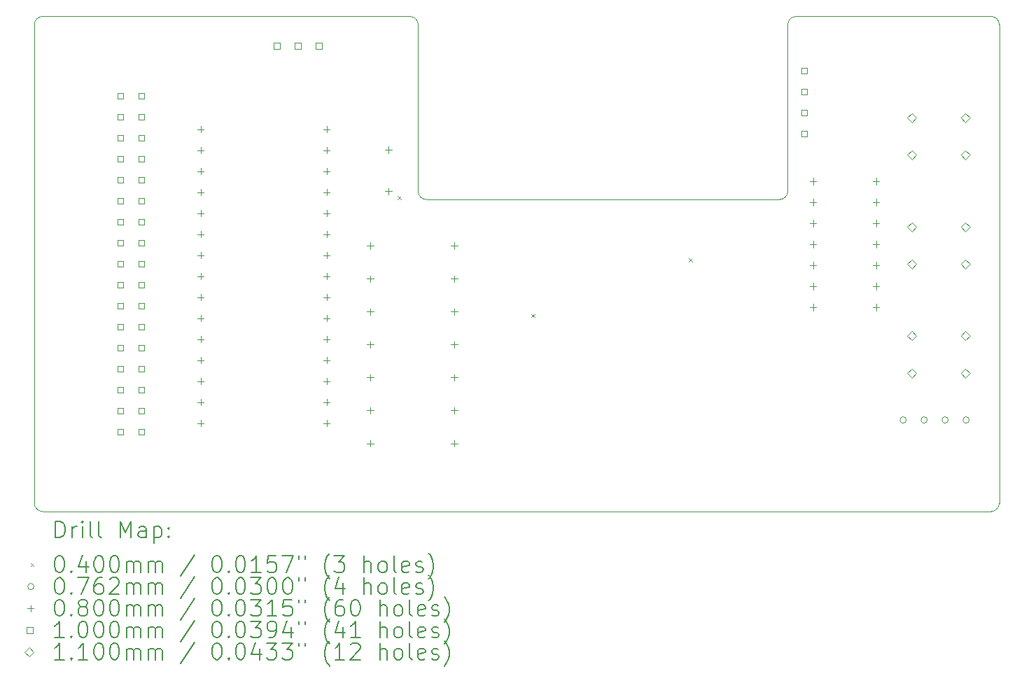
<source format=gbr>
%TF.GenerationSoftware,KiCad,Pcbnew,7.0.11*%
%TF.CreationDate,2024-05-28T23:21:35+03:00*%
%TF.ProjectId,delta_flop_arduino,64656c74-615f-4666-9c6f-705f61726475,rev?*%
%TF.SameCoordinates,Original*%
%TF.FileFunction,Drillmap*%
%TF.FilePolarity,Positive*%
%FSLAX45Y45*%
G04 Gerber Fmt 4.5, Leading zero omitted, Abs format (unit mm)*
G04 Created by KiCad (PCBNEW 7.0.11) date 2024-05-28 23:21:35*
%MOMM*%
%LPD*%
G01*
G04 APERTURE LIST*
%ADD10C,0.100000*%
%ADD11C,0.200000*%
%ADD12C,0.110000*%
G04 APERTURE END LIST*
D10*
X10427640Y-10154920D02*
G75*
G03*
X10327640Y-10254920I0J-100000D01*
G01*
X14970760Y-10254920D02*
G75*
G03*
X14870760Y-10154920I-100000J0D01*
G01*
X10327640Y-16044240D02*
G75*
G03*
X10427640Y-16144240I100000J0D01*
G01*
X19441160Y-12269800D02*
X19441160Y-10254920D01*
X22000000Y-10254920D02*
G75*
G03*
X21900000Y-10154920I-100000J0D01*
G01*
X22000000Y-10254920D02*
X22000000Y-16044240D01*
X19541160Y-10154920D02*
G75*
G03*
X19441160Y-10254920I0J-100000D01*
G01*
X10327640Y-16044240D02*
X10327640Y-10254920D01*
X19541160Y-10154920D02*
X21900000Y-10154920D01*
X19341160Y-12369800D02*
G75*
G03*
X19441160Y-12269800I0J100000D01*
G01*
X21900000Y-16144240D02*
G75*
G03*
X22000000Y-16044240I0J100000D01*
G01*
X14970760Y-12269800D02*
G75*
G03*
X15070760Y-12369800I100000J0D01*
G01*
X21900000Y-16144240D02*
X10427640Y-16144240D01*
X10427640Y-10154920D02*
X14870760Y-10154920D01*
X15070760Y-12369800D02*
X19341160Y-12369800D01*
X14970760Y-10254920D02*
X14970760Y-12269800D01*
D11*
D10*
X14721250Y-12328270D02*
X14761250Y-12368270D01*
X14761250Y-12328270D02*
X14721250Y-12368270D01*
X16338770Y-13755180D02*
X16378770Y-13795180D01*
X16378770Y-13755180D02*
X16338770Y-13795180D01*
X18247220Y-13082440D02*
X18287220Y-13122440D01*
X18287220Y-13082440D02*
X18247220Y-13122440D01*
X20874350Y-15037500D02*
G75*
G03*
X20798150Y-15037500I-38100J0D01*
G01*
X20798150Y-15037500D02*
G75*
G03*
X20874350Y-15037500I38100J0D01*
G01*
X21128350Y-15037500D02*
G75*
G03*
X21052150Y-15037500I-38100J0D01*
G01*
X21052150Y-15037500D02*
G75*
G03*
X21128350Y-15037500I38100J0D01*
G01*
X21382350Y-15037500D02*
G75*
G03*
X21306150Y-15037500I-38100J0D01*
G01*
X21306150Y-15037500D02*
G75*
G03*
X21382350Y-15037500I38100J0D01*
G01*
X21636350Y-15037500D02*
G75*
G03*
X21560150Y-15037500I-38100J0D01*
G01*
X21560150Y-15037500D02*
G75*
G03*
X21636350Y-15037500I38100J0D01*
G01*
X12340000Y-11480000D02*
X12340000Y-11560000D01*
X12300000Y-11520000D02*
X12380000Y-11520000D01*
X12340000Y-11734000D02*
X12340000Y-11814000D01*
X12300000Y-11774000D02*
X12380000Y-11774000D01*
X12340000Y-11988000D02*
X12340000Y-12068000D01*
X12300000Y-12028000D02*
X12380000Y-12028000D01*
X12340000Y-12242000D02*
X12340000Y-12322000D01*
X12300000Y-12282000D02*
X12380000Y-12282000D01*
X12340000Y-12496000D02*
X12340000Y-12576000D01*
X12300000Y-12536000D02*
X12380000Y-12536000D01*
X12340000Y-12750000D02*
X12340000Y-12830000D01*
X12300000Y-12790000D02*
X12380000Y-12790000D01*
X12340000Y-13004000D02*
X12340000Y-13084000D01*
X12300000Y-13044000D02*
X12380000Y-13044000D01*
X12340000Y-13258000D02*
X12340000Y-13338000D01*
X12300000Y-13298000D02*
X12380000Y-13298000D01*
X12340000Y-13512000D02*
X12340000Y-13592000D01*
X12300000Y-13552000D02*
X12380000Y-13552000D01*
X12340000Y-13766000D02*
X12340000Y-13846000D01*
X12300000Y-13806000D02*
X12380000Y-13806000D01*
X12340000Y-14020000D02*
X12340000Y-14100000D01*
X12300000Y-14060000D02*
X12380000Y-14060000D01*
X12340000Y-14274000D02*
X12340000Y-14354000D01*
X12300000Y-14314000D02*
X12380000Y-14314000D01*
X12340000Y-14528000D02*
X12340000Y-14608000D01*
X12300000Y-14568000D02*
X12380000Y-14568000D01*
X12340000Y-14782000D02*
X12340000Y-14862000D01*
X12300000Y-14822000D02*
X12380000Y-14822000D01*
X12340000Y-15036000D02*
X12340000Y-15116000D01*
X12300000Y-15076000D02*
X12380000Y-15076000D01*
X13864000Y-11480000D02*
X13864000Y-11560000D01*
X13824000Y-11520000D02*
X13904000Y-11520000D01*
X13864000Y-11734000D02*
X13864000Y-11814000D01*
X13824000Y-11774000D02*
X13904000Y-11774000D01*
X13864000Y-11988000D02*
X13864000Y-12068000D01*
X13824000Y-12028000D02*
X13904000Y-12028000D01*
X13864000Y-12242000D02*
X13864000Y-12322000D01*
X13824000Y-12282000D02*
X13904000Y-12282000D01*
X13864000Y-12496000D02*
X13864000Y-12576000D01*
X13824000Y-12536000D02*
X13904000Y-12536000D01*
X13864000Y-12750000D02*
X13864000Y-12830000D01*
X13824000Y-12790000D02*
X13904000Y-12790000D01*
X13864000Y-13004000D02*
X13864000Y-13084000D01*
X13824000Y-13044000D02*
X13904000Y-13044000D01*
X13864000Y-13258000D02*
X13864000Y-13338000D01*
X13824000Y-13298000D02*
X13904000Y-13298000D01*
X13864000Y-13512000D02*
X13864000Y-13592000D01*
X13824000Y-13552000D02*
X13904000Y-13552000D01*
X13864000Y-13766000D02*
X13864000Y-13846000D01*
X13824000Y-13806000D02*
X13904000Y-13806000D01*
X13864000Y-14020000D02*
X13864000Y-14100000D01*
X13824000Y-14060000D02*
X13904000Y-14060000D01*
X13864000Y-14274000D02*
X13864000Y-14354000D01*
X13824000Y-14314000D02*
X13904000Y-14314000D01*
X13864000Y-14528000D02*
X13864000Y-14608000D01*
X13824000Y-14568000D02*
X13904000Y-14568000D01*
X13864000Y-14782000D02*
X13864000Y-14862000D01*
X13824000Y-14822000D02*
X13904000Y-14822000D01*
X13864000Y-15036000D02*
X13864000Y-15116000D01*
X13824000Y-15076000D02*
X13904000Y-15076000D01*
X14390000Y-12890000D02*
X14390000Y-12970000D01*
X14350000Y-12930000D02*
X14430000Y-12930000D01*
X14390000Y-13288330D02*
X14390000Y-13368330D01*
X14350000Y-13328330D02*
X14430000Y-13328330D01*
X14390000Y-13686670D02*
X14390000Y-13766670D01*
X14350000Y-13726670D02*
X14430000Y-13726670D01*
X14390000Y-14085000D02*
X14390000Y-14165000D01*
X14350000Y-14125000D02*
X14430000Y-14125000D01*
X14390000Y-14483330D02*
X14390000Y-14563330D01*
X14350000Y-14523330D02*
X14430000Y-14523330D01*
X14390000Y-14881670D02*
X14390000Y-14961670D01*
X14350000Y-14921670D02*
X14430000Y-14921670D01*
X14390000Y-15280000D02*
X14390000Y-15360000D01*
X14350000Y-15320000D02*
X14430000Y-15320000D01*
X14610000Y-11730000D02*
X14610000Y-11810000D01*
X14570000Y-11770000D02*
X14650000Y-11770000D01*
X14610000Y-12230000D02*
X14610000Y-12310000D01*
X14570000Y-12270000D02*
X14650000Y-12270000D01*
X15406000Y-12890000D02*
X15406000Y-12970000D01*
X15366000Y-12930000D02*
X15446000Y-12930000D01*
X15406000Y-13288330D02*
X15406000Y-13368330D01*
X15366000Y-13328330D02*
X15446000Y-13328330D01*
X15406000Y-13686670D02*
X15406000Y-13766670D01*
X15366000Y-13726670D02*
X15446000Y-13726670D01*
X15406000Y-14085000D02*
X15406000Y-14165000D01*
X15366000Y-14125000D02*
X15446000Y-14125000D01*
X15406000Y-14483330D02*
X15406000Y-14563330D01*
X15366000Y-14523330D02*
X15446000Y-14523330D01*
X15406000Y-14881670D02*
X15406000Y-14961670D01*
X15366000Y-14921670D02*
X15446000Y-14921670D01*
X15406000Y-15280000D02*
X15406000Y-15360000D01*
X15366000Y-15320000D02*
X15446000Y-15320000D01*
X19748000Y-12108500D02*
X19748000Y-12188500D01*
X19708000Y-12148500D02*
X19788000Y-12148500D01*
X19748000Y-12362500D02*
X19748000Y-12442500D01*
X19708000Y-12402500D02*
X19788000Y-12402500D01*
X19748000Y-12616500D02*
X19748000Y-12696500D01*
X19708000Y-12656500D02*
X19788000Y-12656500D01*
X19748000Y-12870500D02*
X19748000Y-12950500D01*
X19708000Y-12910500D02*
X19788000Y-12910500D01*
X19748000Y-13124500D02*
X19748000Y-13204500D01*
X19708000Y-13164500D02*
X19788000Y-13164500D01*
X19748000Y-13378500D02*
X19748000Y-13458500D01*
X19708000Y-13418500D02*
X19788000Y-13418500D01*
X19748000Y-13632500D02*
X19748000Y-13712500D01*
X19708000Y-13672500D02*
X19788000Y-13672500D01*
X20510000Y-12108500D02*
X20510000Y-12188500D01*
X20470000Y-12148500D02*
X20550000Y-12148500D01*
X20510000Y-12362500D02*
X20510000Y-12442500D01*
X20470000Y-12402500D02*
X20550000Y-12402500D01*
X20510000Y-12616500D02*
X20510000Y-12696500D01*
X20470000Y-12656500D02*
X20550000Y-12656500D01*
X20510000Y-12870500D02*
X20510000Y-12950500D01*
X20470000Y-12910500D02*
X20550000Y-12910500D01*
X20510000Y-13124500D02*
X20510000Y-13204500D01*
X20470000Y-13164500D02*
X20550000Y-13164500D01*
X20510000Y-13378500D02*
X20510000Y-13458500D01*
X20470000Y-13418500D02*
X20550000Y-13418500D01*
X20510000Y-13632500D02*
X20510000Y-13712500D01*
X20470000Y-13672500D02*
X20550000Y-13672500D01*
X11405356Y-11152936D02*
X11405356Y-11082224D01*
X11334644Y-11082224D01*
X11334644Y-11152936D01*
X11405356Y-11152936D01*
X11405356Y-11406936D02*
X11405356Y-11336224D01*
X11334644Y-11336224D01*
X11334644Y-11406936D01*
X11405356Y-11406936D01*
X11405356Y-11660936D02*
X11405356Y-11590224D01*
X11334644Y-11590224D01*
X11334644Y-11660936D01*
X11405356Y-11660936D01*
X11405356Y-11914936D02*
X11405356Y-11844224D01*
X11334644Y-11844224D01*
X11334644Y-11914936D01*
X11405356Y-11914936D01*
X11405356Y-12168936D02*
X11405356Y-12098224D01*
X11334644Y-12098224D01*
X11334644Y-12168936D01*
X11405356Y-12168936D01*
X11405356Y-12422936D02*
X11405356Y-12352224D01*
X11334644Y-12352224D01*
X11334644Y-12422936D01*
X11405356Y-12422936D01*
X11405356Y-12676936D02*
X11405356Y-12606224D01*
X11334644Y-12606224D01*
X11334644Y-12676936D01*
X11405356Y-12676936D01*
X11405356Y-12930936D02*
X11405356Y-12860224D01*
X11334644Y-12860224D01*
X11334644Y-12930936D01*
X11405356Y-12930936D01*
X11405356Y-13184936D02*
X11405356Y-13114224D01*
X11334644Y-13114224D01*
X11334644Y-13184936D01*
X11405356Y-13184936D01*
X11405356Y-13438936D02*
X11405356Y-13368224D01*
X11334644Y-13368224D01*
X11334644Y-13438936D01*
X11405356Y-13438936D01*
X11405356Y-13692936D02*
X11405356Y-13622224D01*
X11334644Y-13622224D01*
X11334644Y-13692936D01*
X11405356Y-13692936D01*
X11405356Y-13946936D02*
X11405356Y-13876224D01*
X11334644Y-13876224D01*
X11334644Y-13946936D01*
X11405356Y-13946936D01*
X11405356Y-14200936D02*
X11405356Y-14130224D01*
X11334644Y-14130224D01*
X11334644Y-14200936D01*
X11405356Y-14200936D01*
X11405356Y-14454936D02*
X11405356Y-14384224D01*
X11334644Y-14384224D01*
X11334644Y-14454936D01*
X11405356Y-14454936D01*
X11405356Y-14708936D02*
X11405356Y-14638224D01*
X11334644Y-14638224D01*
X11334644Y-14708936D01*
X11405356Y-14708936D01*
X11405356Y-14962936D02*
X11405356Y-14892224D01*
X11334644Y-14892224D01*
X11334644Y-14962936D01*
X11405356Y-14962936D01*
X11405356Y-15216936D02*
X11405356Y-15146224D01*
X11334644Y-15146224D01*
X11334644Y-15216936D01*
X11405356Y-15216936D01*
X11659356Y-11152936D02*
X11659356Y-11082224D01*
X11588644Y-11082224D01*
X11588644Y-11152936D01*
X11659356Y-11152936D01*
X11659356Y-11406936D02*
X11659356Y-11336224D01*
X11588644Y-11336224D01*
X11588644Y-11406936D01*
X11659356Y-11406936D01*
X11659356Y-11660936D02*
X11659356Y-11590224D01*
X11588644Y-11590224D01*
X11588644Y-11660936D01*
X11659356Y-11660936D01*
X11659356Y-11914936D02*
X11659356Y-11844224D01*
X11588644Y-11844224D01*
X11588644Y-11914936D01*
X11659356Y-11914936D01*
X11659356Y-12168936D02*
X11659356Y-12098224D01*
X11588644Y-12098224D01*
X11588644Y-12168936D01*
X11659356Y-12168936D01*
X11659356Y-12422936D02*
X11659356Y-12352224D01*
X11588644Y-12352224D01*
X11588644Y-12422936D01*
X11659356Y-12422936D01*
X11659356Y-12676936D02*
X11659356Y-12606224D01*
X11588644Y-12606224D01*
X11588644Y-12676936D01*
X11659356Y-12676936D01*
X11659356Y-12930936D02*
X11659356Y-12860224D01*
X11588644Y-12860224D01*
X11588644Y-12930936D01*
X11659356Y-12930936D01*
X11659356Y-13184936D02*
X11659356Y-13114224D01*
X11588644Y-13114224D01*
X11588644Y-13184936D01*
X11659356Y-13184936D01*
X11659356Y-13438936D02*
X11659356Y-13368224D01*
X11588644Y-13368224D01*
X11588644Y-13438936D01*
X11659356Y-13438936D01*
X11659356Y-13692936D02*
X11659356Y-13622224D01*
X11588644Y-13622224D01*
X11588644Y-13692936D01*
X11659356Y-13692936D01*
X11659356Y-13946936D02*
X11659356Y-13876224D01*
X11588644Y-13876224D01*
X11588644Y-13946936D01*
X11659356Y-13946936D01*
X11659356Y-14200936D02*
X11659356Y-14130224D01*
X11588644Y-14130224D01*
X11588644Y-14200936D01*
X11659356Y-14200936D01*
X11659356Y-14454936D02*
X11659356Y-14384224D01*
X11588644Y-14384224D01*
X11588644Y-14454936D01*
X11659356Y-14454936D01*
X11659356Y-14708936D02*
X11659356Y-14638224D01*
X11588644Y-14638224D01*
X11588644Y-14708936D01*
X11659356Y-14708936D01*
X11659356Y-14962936D02*
X11659356Y-14892224D01*
X11588644Y-14892224D01*
X11588644Y-14962936D01*
X11659356Y-14962936D01*
X11659356Y-15216936D02*
X11659356Y-15146224D01*
X11588644Y-15146224D01*
X11588644Y-15216936D01*
X11659356Y-15216936D01*
X13294856Y-10545356D02*
X13294856Y-10474644D01*
X13224144Y-10474644D01*
X13224144Y-10545356D01*
X13294856Y-10545356D01*
X13548856Y-10545356D02*
X13548856Y-10474644D01*
X13478144Y-10474644D01*
X13478144Y-10545356D01*
X13548856Y-10545356D01*
X13802856Y-10545356D02*
X13802856Y-10474644D01*
X13732144Y-10474644D01*
X13732144Y-10545356D01*
X13802856Y-10545356D01*
X19675356Y-10845356D02*
X19675356Y-10774644D01*
X19604644Y-10774644D01*
X19604644Y-10845356D01*
X19675356Y-10845356D01*
X19675356Y-11099356D02*
X19675356Y-11028644D01*
X19604644Y-11028644D01*
X19604644Y-11099356D01*
X19675356Y-11099356D01*
X19675356Y-11353356D02*
X19675356Y-11282644D01*
X19604644Y-11282644D01*
X19604644Y-11353356D01*
X19675356Y-11353356D01*
X19675356Y-11607356D02*
X19675356Y-11536644D01*
X19604644Y-11536644D01*
X19604644Y-11607356D01*
X19675356Y-11607356D01*
D12*
X20940000Y-11435000D02*
X20995000Y-11380000D01*
X20940000Y-11325000D01*
X20885000Y-11380000D01*
X20940000Y-11435000D01*
X20940000Y-11885000D02*
X20995000Y-11830000D01*
X20940000Y-11775000D01*
X20885000Y-11830000D01*
X20940000Y-11885000D01*
X20940000Y-12755000D02*
X20995000Y-12700000D01*
X20940000Y-12645000D01*
X20885000Y-12700000D01*
X20940000Y-12755000D01*
X20940000Y-13205000D02*
X20995000Y-13150000D01*
X20940000Y-13095000D01*
X20885000Y-13150000D01*
X20940000Y-13205000D01*
X20940000Y-14075000D02*
X20995000Y-14020000D01*
X20940000Y-13965000D01*
X20885000Y-14020000D01*
X20940000Y-14075000D01*
X20940000Y-14525000D02*
X20995000Y-14470000D01*
X20940000Y-14415000D01*
X20885000Y-14470000D01*
X20940000Y-14525000D01*
X21590000Y-11435000D02*
X21645000Y-11380000D01*
X21590000Y-11325000D01*
X21535000Y-11380000D01*
X21590000Y-11435000D01*
X21590000Y-11885000D02*
X21645000Y-11830000D01*
X21590000Y-11775000D01*
X21535000Y-11830000D01*
X21590000Y-11885000D01*
X21590000Y-12755000D02*
X21645000Y-12700000D01*
X21590000Y-12645000D01*
X21535000Y-12700000D01*
X21590000Y-12755000D01*
X21590000Y-13205000D02*
X21645000Y-13150000D01*
X21590000Y-13095000D01*
X21535000Y-13150000D01*
X21590000Y-13205000D01*
X21590000Y-14075000D02*
X21645000Y-14020000D01*
X21590000Y-13965000D01*
X21535000Y-14020000D01*
X21590000Y-14075000D01*
X21590000Y-14525000D02*
X21645000Y-14470000D01*
X21590000Y-14415000D01*
X21535000Y-14470000D01*
X21590000Y-14525000D01*
D11*
X10583417Y-16460724D02*
X10583417Y-16260724D01*
X10583417Y-16260724D02*
X10631036Y-16260724D01*
X10631036Y-16260724D02*
X10659607Y-16270248D01*
X10659607Y-16270248D02*
X10678655Y-16289295D01*
X10678655Y-16289295D02*
X10688179Y-16308343D01*
X10688179Y-16308343D02*
X10697703Y-16346438D01*
X10697703Y-16346438D02*
X10697703Y-16375009D01*
X10697703Y-16375009D02*
X10688179Y-16413105D01*
X10688179Y-16413105D02*
X10678655Y-16432152D01*
X10678655Y-16432152D02*
X10659607Y-16451200D01*
X10659607Y-16451200D02*
X10631036Y-16460724D01*
X10631036Y-16460724D02*
X10583417Y-16460724D01*
X10783417Y-16460724D02*
X10783417Y-16327390D01*
X10783417Y-16365486D02*
X10792941Y-16346438D01*
X10792941Y-16346438D02*
X10802464Y-16336914D01*
X10802464Y-16336914D02*
X10821512Y-16327390D01*
X10821512Y-16327390D02*
X10840560Y-16327390D01*
X10907226Y-16460724D02*
X10907226Y-16327390D01*
X10907226Y-16260724D02*
X10897703Y-16270248D01*
X10897703Y-16270248D02*
X10907226Y-16279771D01*
X10907226Y-16279771D02*
X10916750Y-16270248D01*
X10916750Y-16270248D02*
X10907226Y-16260724D01*
X10907226Y-16260724D02*
X10907226Y-16279771D01*
X11031036Y-16460724D02*
X11011988Y-16451200D01*
X11011988Y-16451200D02*
X11002464Y-16432152D01*
X11002464Y-16432152D02*
X11002464Y-16260724D01*
X11135798Y-16460724D02*
X11116750Y-16451200D01*
X11116750Y-16451200D02*
X11107226Y-16432152D01*
X11107226Y-16432152D02*
X11107226Y-16260724D01*
X11364369Y-16460724D02*
X11364369Y-16260724D01*
X11364369Y-16260724D02*
X11431036Y-16403581D01*
X11431036Y-16403581D02*
X11497702Y-16260724D01*
X11497702Y-16260724D02*
X11497702Y-16460724D01*
X11678655Y-16460724D02*
X11678655Y-16355962D01*
X11678655Y-16355962D02*
X11669131Y-16336914D01*
X11669131Y-16336914D02*
X11650083Y-16327390D01*
X11650083Y-16327390D02*
X11611988Y-16327390D01*
X11611988Y-16327390D02*
X11592941Y-16336914D01*
X11678655Y-16451200D02*
X11659607Y-16460724D01*
X11659607Y-16460724D02*
X11611988Y-16460724D01*
X11611988Y-16460724D02*
X11592941Y-16451200D01*
X11592941Y-16451200D02*
X11583417Y-16432152D01*
X11583417Y-16432152D02*
X11583417Y-16413105D01*
X11583417Y-16413105D02*
X11592941Y-16394057D01*
X11592941Y-16394057D02*
X11611988Y-16384533D01*
X11611988Y-16384533D02*
X11659607Y-16384533D01*
X11659607Y-16384533D02*
X11678655Y-16375009D01*
X11773893Y-16327390D02*
X11773893Y-16527390D01*
X11773893Y-16336914D02*
X11792941Y-16327390D01*
X11792941Y-16327390D02*
X11831036Y-16327390D01*
X11831036Y-16327390D02*
X11850083Y-16336914D01*
X11850083Y-16336914D02*
X11859607Y-16346438D01*
X11859607Y-16346438D02*
X11869131Y-16365486D01*
X11869131Y-16365486D02*
X11869131Y-16422628D01*
X11869131Y-16422628D02*
X11859607Y-16441676D01*
X11859607Y-16441676D02*
X11850083Y-16451200D01*
X11850083Y-16451200D02*
X11831036Y-16460724D01*
X11831036Y-16460724D02*
X11792941Y-16460724D01*
X11792941Y-16460724D02*
X11773893Y-16451200D01*
X11954845Y-16441676D02*
X11964369Y-16451200D01*
X11964369Y-16451200D02*
X11954845Y-16460724D01*
X11954845Y-16460724D02*
X11945322Y-16451200D01*
X11945322Y-16451200D02*
X11954845Y-16441676D01*
X11954845Y-16441676D02*
X11954845Y-16460724D01*
X11954845Y-16336914D02*
X11964369Y-16346438D01*
X11964369Y-16346438D02*
X11954845Y-16355962D01*
X11954845Y-16355962D02*
X11945322Y-16346438D01*
X11945322Y-16346438D02*
X11954845Y-16336914D01*
X11954845Y-16336914D02*
X11954845Y-16355962D01*
D10*
X10282640Y-16769240D02*
X10322640Y-16809240D01*
X10322640Y-16769240D02*
X10282640Y-16809240D01*
D11*
X10621512Y-16680724D02*
X10640560Y-16680724D01*
X10640560Y-16680724D02*
X10659607Y-16690248D01*
X10659607Y-16690248D02*
X10669131Y-16699771D01*
X10669131Y-16699771D02*
X10678655Y-16718819D01*
X10678655Y-16718819D02*
X10688179Y-16756914D01*
X10688179Y-16756914D02*
X10688179Y-16804533D01*
X10688179Y-16804533D02*
X10678655Y-16842629D01*
X10678655Y-16842629D02*
X10669131Y-16861676D01*
X10669131Y-16861676D02*
X10659607Y-16871200D01*
X10659607Y-16871200D02*
X10640560Y-16880724D01*
X10640560Y-16880724D02*
X10621512Y-16880724D01*
X10621512Y-16880724D02*
X10602464Y-16871200D01*
X10602464Y-16871200D02*
X10592941Y-16861676D01*
X10592941Y-16861676D02*
X10583417Y-16842629D01*
X10583417Y-16842629D02*
X10573893Y-16804533D01*
X10573893Y-16804533D02*
X10573893Y-16756914D01*
X10573893Y-16756914D02*
X10583417Y-16718819D01*
X10583417Y-16718819D02*
X10592941Y-16699771D01*
X10592941Y-16699771D02*
X10602464Y-16690248D01*
X10602464Y-16690248D02*
X10621512Y-16680724D01*
X10773893Y-16861676D02*
X10783417Y-16871200D01*
X10783417Y-16871200D02*
X10773893Y-16880724D01*
X10773893Y-16880724D02*
X10764369Y-16871200D01*
X10764369Y-16871200D02*
X10773893Y-16861676D01*
X10773893Y-16861676D02*
X10773893Y-16880724D01*
X10954845Y-16747390D02*
X10954845Y-16880724D01*
X10907226Y-16671200D02*
X10859607Y-16814057D01*
X10859607Y-16814057D02*
X10983417Y-16814057D01*
X11097703Y-16680724D02*
X11116750Y-16680724D01*
X11116750Y-16680724D02*
X11135798Y-16690248D01*
X11135798Y-16690248D02*
X11145322Y-16699771D01*
X11145322Y-16699771D02*
X11154845Y-16718819D01*
X11154845Y-16718819D02*
X11164369Y-16756914D01*
X11164369Y-16756914D02*
X11164369Y-16804533D01*
X11164369Y-16804533D02*
X11154845Y-16842629D01*
X11154845Y-16842629D02*
X11145322Y-16861676D01*
X11145322Y-16861676D02*
X11135798Y-16871200D01*
X11135798Y-16871200D02*
X11116750Y-16880724D01*
X11116750Y-16880724D02*
X11097703Y-16880724D01*
X11097703Y-16880724D02*
X11078655Y-16871200D01*
X11078655Y-16871200D02*
X11069131Y-16861676D01*
X11069131Y-16861676D02*
X11059607Y-16842629D01*
X11059607Y-16842629D02*
X11050084Y-16804533D01*
X11050084Y-16804533D02*
X11050084Y-16756914D01*
X11050084Y-16756914D02*
X11059607Y-16718819D01*
X11059607Y-16718819D02*
X11069131Y-16699771D01*
X11069131Y-16699771D02*
X11078655Y-16690248D01*
X11078655Y-16690248D02*
X11097703Y-16680724D01*
X11288179Y-16680724D02*
X11307226Y-16680724D01*
X11307226Y-16680724D02*
X11326274Y-16690248D01*
X11326274Y-16690248D02*
X11335798Y-16699771D01*
X11335798Y-16699771D02*
X11345322Y-16718819D01*
X11345322Y-16718819D02*
X11354845Y-16756914D01*
X11354845Y-16756914D02*
X11354845Y-16804533D01*
X11354845Y-16804533D02*
X11345322Y-16842629D01*
X11345322Y-16842629D02*
X11335798Y-16861676D01*
X11335798Y-16861676D02*
X11326274Y-16871200D01*
X11326274Y-16871200D02*
X11307226Y-16880724D01*
X11307226Y-16880724D02*
X11288179Y-16880724D01*
X11288179Y-16880724D02*
X11269131Y-16871200D01*
X11269131Y-16871200D02*
X11259607Y-16861676D01*
X11259607Y-16861676D02*
X11250083Y-16842629D01*
X11250083Y-16842629D02*
X11240560Y-16804533D01*
X11240560Y-16804533D02*
X11240560Y-16756914D01*
X11240560Y-16756914D02*
X11250083Y-16718819D01*
X11250083Y-16718819D02*
X11259607Y-16699771D01*
X11259607Y-16699771D02*
X11269131Y-16690248D01*
X11269131Y-16690248D02*
X11288179Y-16680724D01*
X11440560Y-16880724D02*
X11440560Y-16747390D01*
X11440560Y-16766438D02*
X11450083Y-16756914D01*
X11450083Y-16756914D02*
X11469131Y-16747390D01*
X11469131Y-16747390D02*
X11497703Y-16747390D01*
X11497703Y-16747390D02*
X11516750Y-16756914D01*
X11516750Y-16756914D02*
X11526274Y-16775962D01*
X11526274Y-16775962D02*
X11526274Y-16880724D01*
X11526274Y-16775962D02*
X11535798Y-16756914D01*
X11535798Y-16756914D02*
X11554845Y-16747390D01*
X11554845Y-16747390D02*
X11583417Y-16747390D01*
X11583417Y-16747390D02*
X11602464Y-16756914D01*
X11602464Y-16756914D02*
X11611988Y-16775962D01*
X11611988Y-16775962D02*
X11611988Y-16880724D01*
X11707226Y-16880724D02*
X11707226Y-16747390D01*
X11707226Y-16766438D02*
X11716750Y-16756914D01*
X11716750Y-16756914D02*
X11735798Y-16747390D01*
X11735798Y-16747390D02*
X11764369Y-16747390D01*
X11764369Y-16747390D02*
X11783417Y-16756914D01*
X11783417Y-16756914D02*
X11792941Y-16775962D01*
X11792941Y-16775962D02*
X11792941Y-16880724D01*
X11792941Y-16775962D02*
X11802464Y-16756914D01*
X11802464Y-16756914D02*
X11821512Y-16747390D01*
X11821512Y-16747390D02*
X11850083Y-16747390D01*
X11850083Y-16747390D02*
X11869131Y-16756914D01*
X11869131Y-16756914D02*
X11878655Y-16775962D01*
X11878655Y-16775962D02*
X11878655Y-16880724D01*
X12269131Y-16671200D02*
X12097703Y-16928343D01*
X12526274Y-16680724D02*
X12545322Y-16680724D01*
X12545322Y-16680724D02*
X12564369Y-16690248D01*
X12564369Y-16690248D02*
X12573893Y-16699771D01*
X12573893Y-16699771D02*
X12583417Y-16718819D01*
X12583417Y-16718819D02*
X12592941Y-16756914D01*
X12592941Y-16756914D02*
X12592941Y-16804533D01*
X12592941Y-16804533D02*
X12583417Y-16842629D01*
X12583417Y-16842629D02*
X12573893Y-16861676D01*
X12573893Y-16861676D02*
X12564369Y-16871200D01*
X12564369Y-16871200D02*
X12545322Y-16880724D01*
X12545322Y-16880724D02*
X12526274Y-16880724D01*
X12526274Y-16880724D02*
X12507226Y-16871200D01*
X12507226Y-16871200D02*
X12497703Y-16861676D01*
X12497703Y-16861676D02*
X12488179Y-16842629D01*
X12488179Y-16842629D02*
X12478655Y-16804533D01*
X12478655Y-16804533D02*
X12478655Y-16756914D01*
X12478655Y-16756914D02*
X12488179Y-16718819D01*
X12488179Y-16718819D02*
X12497703Y-16699771D01*
X12497703Y-16699771D02*
X12507226Y-16690248D01*
X12507226Y-16690248D02*
X12526274Y-16680724D01*
X12678655Y-16861676D02*
X12688179Y-16871200D01*
X12688179Y-16871200D02*
X12678655Y-16880724D01*
X12678655Y-16880724D02*
X12669131Y-16871200D01*
X12669131Y-16871200D02*
X12678655Y-16861676D01*
X12678655Y-16861676D02*
X12678655Y-16880724D01*
X12811988Y-16680724D02*
X12831036Y-16680724D01*
X12831036Y-16680724D02*
X12850084Y-16690248D01*
X12850084Y-16690248D02*
X12859607Y-16699771D01*
X12859607Y-16699771D02*
X12869131Y-16718819D01*
X12869131Y-16718819D02*
X12878655Y-16756914D01*
X12878655Y-16756914D02*
X12878655Y-16804533D01*
X12878655Y-16804533D02*
X12869131Y-16842629D01*
X12869131Y-16842629D02*
X12859607Y-16861676D01*
X12859607Y-16861676D02*
X12850084Y-16871200D01*
X12850084Y-16871200D02*
X12831036Y-16880724D01*
X12831036Y-16880724D02*
X12811988Y-16880724D01*
X12811988Y-16880724D02*
X12792941Y-16871200D01*
X12792941Y-16871200D02*
X12783417Y-16861676D01*
X12783417Y-16861676D02*
X12773893Y-16842629D01*
X12773893Y-16842629D02*
X12764369Y-16804533D01*
X12764369Y-16804533D02*
X12764369Y-16756914D01*
X12764369Y-16756914D02*
X12773893Y-16718819D01*
X12773893Y-16718819D02*
X12783417Y-16699771D01*
X12783417Y-16699771D02*
X12792941Y-16690248D01*
X12792941Y-16690248D02*
X12811988Y-16680724D01*
X13069131Y-16880724D02*
X12954846Y-16880724D01*
X13011988Y-16880724D02*
X13011988Y-16680724D01*
X13011988Y-16680724D02*
X12992941Y-16709295D01*
X12992941Y-16709295D02*
X12973893Y-16728343D01*
X12973893Y-16728343D02*
X12954846Y-16737867D01*
X13250084Y-16680724D02*
X13154846Y-16680724D01*
X13154846Y-16680724D02*
X13145322Y-16775962D01*
X13145322Y-16775962D02*
X13154846Y-16766438D01*
X13154846Y-16766438D02*
X13173893Y-16756914D01*
X13173893Y-16756914D02*
X13221512Y-16756914D01*
X13221512Y-16756914D02*
X13240560Y-16766438D01*
X13240560Y-16766438D02*
X13250084Y-16775962D01*
X13250084Y-16775962D02*
X13259607Y-16795010D01*
X13259607Y-16795010D02*
X13259607Y-16842629D01*
X13259607Y-16842629D02*
X13250084Y-16861676D01*
X13250084Y-16861676D02*
X13240560Y-16871200D01*
X13240560Y-16871200D02*
X13221512Y-16880724D01*
X13221512Y-16880724D02*
X13173893Y-16880724D01*
X13173893Y-16880724D02*
X13154846Y-16871200D01*
X13154846Y-16871200D02*
X13145322Y-16861676D01*
X13326274Y-16680724D02*
X13459607Y-16680724D01*
X13459607Y-16680724D02*
X13373893Y-16880724D01*
X13526274Y-16680724D02*
X13526274Y-16718819D01*
X13602465Y-16680724D02*
X13602465Y-16718819D01*
X13897703Y-16956914D02*
X13888179Y-16947390D01*
X13888179Y-16947390D02*
X13869131Y-16918819D01*
X13869131Y-16918819D02*
X13859608Y-16899771D01*
X13859608Y-16899771D02*
X13850084Y-16871200D01*
X13850084Y-16871200D02*
X13840560Y-16823581D01*
X13840560Y-16823581D02*
X13840560Y-16785486D01*
X13840560Y-16785486D02*
X13850084Y-16737867D01*
X13850084Y-16737867D02*
X13859608Y-16709295D01*
X13859608Y-16709295D02*
X13869131Y-16690248D01*
X13869131Y-16690248D02*
X13888179Y-16661676D01*
X13888179Y-16661676D02*
X13897703Y-16652152D01*
X13954846Y-16680724D02*
X14078655Y-16680724D01*
X14078655Y-16680724D02*
X14011988Y-16756914D01*
X14011988Y-16756914D02*
X14040560Y-16756914D01*
X14040560Y-16756914D02*
X14059608Y-16766438D01*
X14059608Y-16766438D02*
X14069131Y-16775962D01*
X14069131Y-16775962D02*
X14078655Y-16795010D01*
X14078655Y-16795010D02*
X14078655Y-16842629D01*
X14078655Y-16842629D02*
X14069131Y-16861676D01*
X14069131Y-16861676D02*
X14059608Y-16871200D01*
X14059608Y-16871200D02*
X14040560Y-16880724D01*
X14040560Y-16880724D02*
X13983417Y-16880724D01*
X13983417Y-16880724D02*
X13964369Y-16871200D01*
X13964369Y-16871200D02*
X13954846Y-16861676D01*
X14316750Y-16880724D02*
X14316750Y-16680724D01*
X14402465Y-16880724D02*
X14402465Y-16775962D01*
X14402465Y-16775962D02*
X14392941Y-16756914D01*
X14392941Y-16756914D02*
X14373893Y-16747390D01*
X14373893Y-16747390D02*
X14345322Y-16747390D01*
X14345322Y-16747390D02*
X14326274Y-16756914D01*
X14326274Y-16756914D02*
X14316750Y-16766438D01*
X14526274Y-16880724D02*
X14507227Y-16871200D01*
X14507227Y-16871200D02*
X14497703Y-16861676D01*
X14497703Y-16861676D02*
X14488179Y-16842629D01*
X14488179Y-16842629D02*
X14488179Y-16785486D01*
X14488179Y-16785486D02*
X14497703Y-16766438D01*
X14497703Y-16766438D02*
X14507227Y-16756914D01*
X14507227Y-16756914D02*
X14526274Y-16747390D01*
X14526274Y-16747390D02*
X14554846Y-16747390D01*
X14554846Y-16747390D02*
X14573893Y-16756914D01*
X14573893Y-16756914D02*
X14583417Y-16766438D01*
X14583417Y-16766438D02*
X14592941Y-16785486D01*
X14592941Y-16785486D02*
X14592941Y-16842629D01*
X14592941Y-16842629D02*
X14583417Y-16861676D01*
X14583417Y-16861676D02*
X14573893Y-16871200D01*
X14573893Y-16871200D02*
X14554846Y-16880724D01*
X14554846Y-16880724D02*
X14526274Y-16880724D01*
X14707227Y-16880724D02*
X14688179Y-16871200D01*
X14688179Y-16871200D02*
X14678655Y-16852152D01*
X14678655Y-16852152D02*
X14678655Y-16680724D01*
X14859608Y-16871200D02*
X14840560Y-16880724D01*
X14840560Y-16880724D02*
X14802465Y-16880724D01*
X14802465Y-16880724D02*
X14783417Y-16871200D01*
X14783417Y-16871200D02*
X14773893Y-16852152D01*
X14773893Y-16852152D02*
X14773893Y-16775962D01*
X14773893Y-16775962D02*
X14783417Y-16756914D01*
X14783417Y-16756914D02*
X14802465Y-16747390D01*
X14802465Y-16747390D02*
X14840560Y-16747390D01*
X14840560Y-16747390D02*
X14859608Y-16756914D01*
X14859608Y-16756914D02*
X14869131Y-16775962D01*
X14869131Y-16775962D02*
X14869131Y-16795010D01*
X14869131Y-16795010D02*
X14773893Y-16814057D01*
X14945322Y-16871200D02*
X14964370Y-16880724D01*
X14964370Y-16880724D02*
X15002465Y-16880724D01*
X15002465Y-16880724D02*
X15021512Y-16871200D01*
X15021512Y-16871200D02*
X15031036Y-16852152D01*
X15031036Y-16852152D02*
X15031036Y-16842629D01*
X15031036Y-16842629D02*
X15021512Y-16823581D01*
X15021512Y-16823581D02*
X15002465Y-16814057D01*
X15002465Y-16814057D02*
X14973893Y-16814057D01*
X14973893Y-16814057D02*
X14954846Y-16804533D01*
X14954846Y-16804533D02*
X14945322Y-16785486D01*
X14945322Y-16785486D02*
X14945322Y-16775962D01*
X14945322Y-16775962D02*
X14954846Y-16756914D01*
X14954846Y-16756914D02*
X14973893Y-16747390D01*
X14973893Y-16747390D02*
X15002465Y-16747390D01*
X15002465Y-16747390D02*
X15021512Y-16756914D01*
X15097703Y-16956914D02*
X15107227Y-16947390D01*
X15107227Y-16947390D02*
X15126274Y-16918819D01*
X15126274Y-16918819D02*
X15135798Y-16899771D01*
X15135798Y-16899771D02*
X15145322Y-16871200D01*
X15145322Y-16871200D02*
X15154846Y-16823581D01*
X15154846Y-16823581D02*
X15154846Y-16785486D01*
X15154846Y-16785486D02*
X15145322Y-16737867D01*
X15145322Y-16737867D02*
X15135798Y-16709295D01*
X15135798Y-16709295D02*
X15126274Y-16690248D01*
X15126274Y-16690248D02*
X15107227Y-16661676D01*
X15107227Y-16661676D02*
X15097703Y-16652152D01*
D10*
X10322640Y-17053240D02*
G75*
G03*
X10246440Y-17053240I-38100J0D01*
G01*
X10246440Y-17053240D02*
G75*
G03*
X10322640Y-17053240I38100J0D01*
G01*
D11*
X10621512Y-16944724D02*
X10640560Y-16944724D01*
X10640560Y-16944724D02*
X10659607Y-16954248D01*
X10659607Y-16954248D02*
X10669131Y-16963771D01*
X10669131Y-16963771D02*
X10678655Y-16982819D01*
X10678655Y-16982819D02*
X10688179Y-17020914D01*
X10688179Y-17020914D02*
X10688179Y-17068533D01*
X10688179Y-17068533D02*
X10678655Y-17106629D01*
X10678655Y-17106629D02*
X10669131Y-17125676D01*
X10669131Y-17125676D02*
X10659607Y-17135200D01*
X10659607Y-17135200D02*
X10640560Y-17144724D01*
X10640560Y-17144724D02*
X10621512Y-17144724D01*
X10621512Y-17144724D02*
X10602464Y-17135200D01*
X10602464Y-17135200D02*
X10592941Y-17125676D01*
X10592941Y-17125676D02*
X10583417Y-17106629D01*
X10583417Y-17106629D02*
X10573893Y-17068533D01*
X10573893Y-17068533D02*
X10573893Y-17020914D01*
X10573893Y-17020914D02*
X10583417Y-16982819D01*
X10583417Y-16982819D02*
X10592941Y-16963771D01*
X10592941Y-16963771D02*
X10602464Y-16954248D01*
X10602464Y-16954248D02*
X10621512Y-16944724D01*
X10773893Y-17125676D02*
X10783417Y-17135200D01*
X10783417Y-17135200D02*
X10773893Y-17144724D01*
X10773893Y-17144724D02*
X10764369Y-17135200D01*
X10764369Y-17135200D02*
X10773893Y-17125676D01*
X10773893Y-17125676D02*
X10773893Y-17144724D01*
X10850084Y-16944724D02*
X10983417Y-16944724D01*
X10983417Y-16944724D02*
X10897703Y-17144724D01*
X11145322Y-16944724D02*
X11107226Y-16944724D01*
X11107226Y-16944724D02*
X11088179Y-16954248D01*
X11088179Y-16954248D02*
X11078655Y-16963771D01*
X11078655Y-16963771D02*
X11059607Y-16992343D01*
X11059607Y-16992343D02*
X11050084Y-17030438D01*
X11050084Y-17030438D02*
X11050084Y-17106629D01*
X11050084Y-17106629D02*
X11059607Y-17125676D01*
X11059607Y-17125676D02*
X11069131Y-17135200D01*
X11069131Y-17135200D02*
X11088179Y-17144724D01*
X11088179Y-17144724D02*
X11126274Y-17144724D01*
X11126274Y-17144724D02*
X11145322Y-17135200D01*
X11145322Y-17135200D02*
X11154845Y-17125676D01*
X11154845Y-17125676D02*
X11164369Y-17106629D01*
X11164369Y-17106629D02*
X11164369Y-17059010D01*
X11164369Y-17059010D02*
X11154845Y-17039962D01*
X11154845Y-17039962D02*
X11145322Y-17030438D01*
X11145322Y-17030438D02*
X11126274Y-17020914D01*
X11126274Y-17020914D02*
X11088179Y-17020914D01*
X11088179Y-17020914D02*
X11069131Y-17030438D01*
X11069131Y-17030438D02*
X11059607Y-17039962D01*
X11059607Y-17039962D02*
X11050084Y-17059010D01*
X11240560Y-16963771D02*
X11250083Y-16954248D01*
X11250083Y-16954248D02*
X11269131Y-16944724D01*
X11269131Y-16944724D02*
X11316750Y-16944724D01*
X11316750Y-16944724D02*
X11335798Y-16954248D01*
X11335798Y-16954248D02*
X11345322Y-16963771D01*
X11345322Y-16963771D02*
X11354845Y-16982819D01*
X11354845Y-16982819D02*
X11354845Y-17001867D01*
X11354845Y-17001867D02*
X11345322Y-17030438D01*
X11345322Y-17030438D02*
X11231036Y-17144724D01*
X11231036Y-17144724D02*
X11354845Y-17144724D01*
X11440560Y-17144724D02*
X11440560Y-17011390D01*
X11440560Y-17030438D02*
X11450083Y-17020914D01*
X11450083Y-17020914D02*
X11469131Y-17011390D01*
X11469131Y-17011390D02*
X11497703Y-17011390D01*
X11497703Y-17011390D02*
X11516750Y-17020914D01*
X11516750Y-17020914D02*
X11526274Y-17039962D01*
X11526274Y-17039962D02*
X11526274Y-17144724D01*
X11526274Y-17039962D02*
X11535798Y-17020914D01*
X11535798Y-17020914D02*
X11554845Y-17011390D01*
X11554845Y-17011390D02*
X11583417Y-17011390D01*
X11583417Y-17011390D02*
X11602464Y-17020914D01*
X11602464Y-17020914D02*
X11611988Y-17039962D01*
X11611988Y-17039962D02*
X11611988Y-17144724D01*
X11707226Y-17144724D02*
X11707226Y-17011390D01*
X11707226Y-17030438D02*
X11716750Y-17020914D01*
X11716750Y-17020914D02*
X11735798Y-17011390D01*
X11735798Y-17011390D02*
X11764369Y-17011390D01*
X11764369Y-17011390D02*
X11783417Y-17020914D01*
X11783417Y-17020914D02*
X11792941Y-17039962D01*
X11792941Y-17039962D02*
X11792941Y-17144724D01*
X11792941Y-17039962D02*
X11802464Y-17020914D01*
X11802464Y-17020914D02*
X11821512Y-17011390D01*
X11821512Y-17011390D02*
X11850083Y-17011390D01*
X11850083Y-17011390D02*
X11869131Y-17020914D01*
X11869131Y-17020914D02*
X11878655Y-17039962D01*
X11878655Y-17039962D02*
X11878655Y-17144724D01*
X12269131Y-16935200D02*
X12097703Y-17192343D01*
X12526274Y-16944724D02*
X12545322Y-16944724D01*
X12545322Y-16944724D02*
X12564369Y-16954248D01*
X12564369Y-16954248D02*
X12573893Y-16963771D01*
X12573893Y-16963771D02*
X12583417Y-16982819D01*
X12583417Y-16982819D02*
X12592941Y-17020914D01*
X12592941Y-17020914D02*
X12592941Y-17068533D01*
X12592941Y-17068533D02*
X12583417Y-17106629D01*
X12583417Y-17106629D02*
X12573893Y-17125676D01*
X12573893Y-17125676D02*
X12564369Y-17135200D01*
X12564369Y-17135200D02*
X12545322Y-17144724D01*
X12545322Y-17144724D02*
X12526274Y-17144724D01*
X12526274Y-17144724D02*
X12507226Y-17135200D01*
X12507226Y-17135200D02*
X12497703Y-17125676D01*
X12497703Y-17125676D02*
X12488179Y-17106629D01*
X12488179Y-17106629D02*
X12478655Y-17068533D01*
X12478655Y-17068533D02*
X12478655Y-17020914D01*
X12478655Y-17020914D02*
X12488179Y-16982819D01*
X12488179Y-16982819D02*
X12497703Y-16963771D01*
X12497703Y-16963771D02*
X12507226Y-16954248D01*
X12507226Y-16954248D02*
X12526274Y-16944724D01*
X12678655Y-17125676D02*
X12688179Y-17135200D01*
X12688179Y-17135200D02*
X12678655Y-17144724D01*
X12678655Y-17144724D02*
X12669131Y-17135200D01*
X12669131Y-17135200D02*
X12678655Y-17125676D01*
X12678655Y-17125676D02*
X12678655Y-17144724D01*
X12811988Y-16944724D02*
X12831036Y-16944724D01*
X12831036Y-16944724D02*
X12850084Y-16954248D01*
X12850084Y-16954248D02*
X12859607Y-16963771D01*
X12859607Y-16963771D02*
X12869131Y-16982819D01*
X12869131Y-16982819D02*
X12878655Y-17020914D01*
X12878655Y-17020914D02*
X12878655Y-17068533D01*
X12878655Y-17068533D02*
X12869131Y-17106629D01*
X12869131Y-17106629D02*
X12859607Y-17125676D01*
X12859607Y-17125676D02*
X12850084Y-17135200D01*
X12850084Y-17135200D02*
X12831036Y-17144724D01*
X12831036Y-17144724D02*
X12811988Y-17144724D01*
X12811988Y-17144724D02*
X12792941Y-17135200D01*
X12792941Y-17135200D02*
X12783417Y-17125676D01*
X12783417Y-17125676D02*
X12773893Y-17106629D01*
X12773893Y-17106629D02*
X12764369Y-17068533D01*
X12764369Y-17068533D02*
X12764369Y-17020914D01*
X12764369Y-17020914D02*
X12773893Y-16982819D01*
X12773893Y-16982819D02*
X12783417Y-16963771D01*
X12783417Y-16963771D02*
X12792941Y-16954248D01*
X12792941Y-16954248D02*
X12811988Y-16944724D01*
X12945322Y-16944724D02*
X13069131Y-16944724D01*
X13069131Y-16944724D02*
X13002465Y-17020914D01*
X13002465Y-17020914D02*
X13031036Y-17020914D01*
X13031036Y-17020914D02*
X13050084Y-17030438D01*
X13050084Y-17030438D02*
X13059607Y-17039962D01*
X13059607Y-17039962D02*
X13069131Y-17059010D01*
X13069131Y-17059010D02*
X13069131Y-17106629D01*
X13069131Y-17106629D02*
X13059607Y-17125676D01*
X13059607Y-17125676D02*
X13050084Y-17135200D01*
X13050084Y-17135200D02*
X13031036Y-17144724D01*
X13031036Y-17144724D02*
X12973893Y-17144724D01*
X12973893Y-17144724D02*
X12954846Y-17135200D01*
X12954846Y-17135200D02*
X12945322Y-17125676D01*
X13192941Y-16944724D02*
X13211988Y-16944724D01*
X13211988Y-16944724D02*
X13231036Y-16954248D01*
X13231036Y-16954248D02*
X13240560Y-16963771D01*
X13240560Y-16963771D02*
X13250084Y-16982819D01*
X13250084Y-16982819D02*
X13259607Y-17020914D01*
X13259607Y-17020914D02*
X13259607Y-17068533D01*
X13259607Y-17068533D02*
X13250084Y-17106629D01*
X13250084Y-17106629D02*
X13240560Y-17125676D01*
X13240560Y-17125676D02*
X13231036Y-17135200D01*
X13231036Y-17135200D02*
X13211988Y-17144724D01*
X13211988Y-17144724D02*
X13192941Y-17144724D01*
X13192941Y-17144724D02*
X13173893Y-17135200D01*
X13173893Y-17135200D02*
X13164369Y-17125676D01*
X13164369Y-17125676D02*
X13154846Y-17106629D01*
X13154846Y-17106629D02*
X13145322Y-17068533D01*
X13145322Y-17068533D02*
X13145322Y-17020914D01*
X13145322Y-17020914D02*
X13154846Y-16982819D01*
X13154846Y-16982819D02*
X13164369Y-16963771D01*
X13164369Y-16963771D02*
X13173893Y-16954248D01*
X13173893Y-16954248D02*
X13192941Y-16944724D01*
X13383417Y-16944724D02*
X13402465Y-16944724D01*
X13402465Y-16944724D02*
X13421512Y-16954248D01*
X13421512Y-16954248D02*
X13431036Y-16963771D01*
X13431036Y-16963771D02*
X13440560Y-16982819D01*
X13440560Y-16982819D02*
X13450084Y-17020914D01*
X13450084Y-17020914D02*
X13450084Y-17068533D01*
X13450084Y-17068533D02*
X13440560Y-17106629D01*
X13440560Y-17106629D02*
X13431036Y-17125676D01*
X13431036Y-17125676D02*
X13421512Y-17135200D01*
X13421512Y-17135200D02*
X13402465Y-17144724D01*
X13402465Y-17144724D02*
X13383417Y-17144724D01*
X13383417Y-17144724D02*
X13364369Y-17135200D01*
X13364369Y-17135200D02*
X13354846Y-17125676D01*
X13354846Y-17125676D02*
X13345322Y-17106629D01*
X13345322Y-17106629D02*
X13335798Y-17068533D01*
X13335798Y-17068533D02*
X13335798Y-17020914D01*
X13335798Y-17020914D02*
X13345322Y-16982819D01*
X13345322Y-16982819D02*
X13354846Y-16963771D01*
X13354846Y-16963771D02*
X13364369Y-16954248D01*
X13364369Y-16954248D02*
X13383417Y-16944724D01*
X13526274Y-16944724D02*
X13526274Y-16982819D01*
X13602465Y-16944724D02*
X13602465Y-16982819D01*
X13897703Y-17220914D02*
X13888179Y-17211390D01*
X13888179Y-17211390D02*
X13869131Y-17182819D01*
X13869131Y-17182819D02*
X13859608Y-17163771D01*
X13859608Y-17163771D02*
X13850084Y-17135200D01*
X13850084Y-17135200D02*
X13840560Y-17087581D01*
X13840560Y-17087581D02*
X13840560Y-17049486D01*
X13840560Y-17049486D02*
X13850084Y-17001867D01*
X13850084Y-17001867D02*
X13859608Y-16973295D01*
X13859608Y-16973295D02*
X13869131Y-16954248D01*
X13869131Y-16954248D02*
X13888179Y-16925676D01*
X13888179Y-16925676D02*
X13897703Y-16916152D01*
X14059608Y-17011390D02*
X14059608Y-17144724D01*
X14011988Y-16935200D02*
X13964369Y-17078057D01*
X13964369Y-17078057D02*
X14088179Y-17078057D01*
X14316750Y-17144724D02*
X14316750Y-16944724D01*
X14402465Y-17144724D02*
X14402465Y-17039962D01*
X14402465Y-17039962D02*
X14392941Y-17020914D01*
X14392941Y-17020914D02*
X14373893Y-17011390D01*
X14373893Y-17011390D02*
X14345322Y-17011390D01*
X14345322Y-17011390D02*
X14326274Y-17020914D01*
X14326274Y-17020914D02*
X14316750Y-17030438D01*
X14526274Y-17144724D02*
X14507227Y-17135200D01*
X14507227Y-17135200D02*
X14497703Y-17125676D01*
X14497703Y-17125676D02*
X14488179Y-17106629D01*
X14488179Y-17106629D02*
X14488179Y-17049486D01*
X14488179Y-17049486D02*
X14497703Y-17030438D01*
X14497703Y-17030438D02*
X14507227Y-17020914D01*
X14507227Y-17020914D02*
X14526274Y-17011390D01*
X14526274Y-17011390D02*
X14554846Y-17011390D01*
X14554846Y-17011390D02*
X14573893Y-17020914D01*
X14573893Y-17020914D02*
X14583417Y-17030438D01*
X14583417Y-17030438D02*
X14592941Y-17049486D01*
X14592941Y-17049486D02*
X14592941Y-17106629D01*
X14592941Y-17106629D02*
X14583417Y-17125676D01*
X14583417Y-17125676D02*
X14573893Y-17135200D01*
X14573893Y-17135200D02*
X14554846Y-17144724D01*
X14554846Y-17144724D02*
X14526274Y-17144724D01*
X14707227Y-17144724D02*
X14688179Y-17135200D01*
X14688179Y-17135200D02*
X14678655Y-17116152D01*
X14678655Y-17116152D02*
X14678655Y-16944724D01*
X14859608Y-17135200D02*
X14840560Y-17144724D01*
X14840560Y-17144724D02*
X14802465Y-17144724D01*
X14802465Y-17144724D02*
X14783417Y-17135200D01*
X14783417Y-17135200D02*
X14773893Y-17116152D01*
X14773893Y-17116152D02*
X14773893Y-17039962D01*
X14773893Y-17039962D02*
X14783417Y-17020914D01*
X14783417Y-17020914D02*
X14802465Y-17011390D01*
X14802465Y-17011390D02*
X14840560Y-17011390D01*
X14840560Y-17011390D02*
X14859608Y-17020914D01*
X14859608Y-17020914D02*
X14869131Y-17039962D01*
X14869131Y-17039962D02*
X14869131Y-17059010D01*
X14869131Y-17059010D02*
X14773893Y-17078057D01*
X14945322Y-17135200D02*
X14964370Y-17144724D01*
X14964370Y-17144724D02*
X15002465Y-17144724D01*
X15002465Y-17144724D02*
X15021512Y-17135200D01*
X15021512Y-17135200D02*
X15031036Y-17116152D01*
X15031036Y-17116152D02*
X15031036Y-17106629D01*
X15031036Y-17106629D02*
X15021512Y-17087581D01*
X15021512Y-17087581D02*
X15002465Y-17078057D01*
X15002465Y-17078057D02*
X14973893Y-17078057D01*
X14973893Y-17078057D02*
X14954846Y-17068533D01*
X14954846Y-17068533D02*
X14945322Y-17049486D01*
X14945322Y-17049486D02*
X14945322Y-17039962D01*
X14945322Y-17039962D02*
X14954846Y-17020914D01*
X14954846Y-17020914D02*
X14973893Y-17011390D01*
X14973893Y-17011390D02*
X15002465Y-17011390D01*
X15002465Y-17011390D02*
X15021512Y-17020914D01*
X15097703Y-17220914D02*
X15107227Y-17211390D01*
X15107227Y-17211390D02*
X15126274Y-17182819D01*
X15126274Y-17182819D02*
X15135798Y-17163771D01*
X15135798Y-17163771D02*
X15145322Y-17135200D01*
X15145322Y-17135200D02*
X15154846Y-17087581D01*
X15154846Y-17087581D02*
X15154846Y-17049486D01*
X15154846Y-17049486D02*
X15145322Y-17001867D01*
X15145322Y-17001867D02*
X15135798Y-16973295D01*
X15135798Y-16973295D02*
X15126274Y-16954248D01*
X15126274Y-16954248D02*
X15107227Y-16925676D01*
X15107227Y-16925676D02*
X15097703Y-16916152D01*
D10*
X10282640Y-17277240D02*
X10282640Y-17357240D01*
X10242640Y-17317240D02*
X10322640Y-17317240D01*
D11*
X10621512Y-17208724D02*
X10640560Y-17208724D01*
X10640560Y-17208724D02*
X10659607Y-17218248D01*
X10659607Y-17218248D02*
X10669131Y-17227771D01*
X10669131Y-17227771D02*
X10678655Y-17246819D01*
X10678655Y-17246819D02*
X10688179Y-17284914D01*
X10688179Y-17284914D02*
X10688179Y-17332533D01*
X10688179Y-17332533D02*
X10678655Y-17370629D01*
X10678655Y-17370629D02*
X10669131Y-17389676D01*
X10669131Y-17389676D02*
X10659607Y-17399200D01*
X10659607Y-17399200D02*
X10640560Y-17408724D01*
X10640560Y-17408724D02*
X10621512Y-17408724D01*
X10621512Y-17408724D02*
X10602464Y-17399200D01*
X10602464Y-17399200D02*
X10592941Y-17389676D01*
X10592941Y-17389676D02*
X10583417Y-17370629D01*
X10583417Y-17370629D02*
X10573893Y-17332533D01*
X10573893Y-17332533D02*
X10573893Y-17284914D01*
X10573893Y-17284914D02*
X10583417Y-17246819D01*
X10583417Y-17246819D02*
X10592941Y-17227771D01*
X10592941Y-17227771D02*
X10602464Y-17218248D01*
X10602464Y-17218248D02*
X10621512Y-17208724D01*
X10773893Y-17389676D02*
X10783417Y-17399200D01*
X10783417Y-17399200D02*
X10773893Y-17408724D01*
X10773893Y-17408724D02*
X10764369Y-17399200D01*
X10764369Y-17399200D02*
X10773893Y-17389676D01*
X10773893Y-17389676D02*
X10773893Y-17408724D01*
X10897703Y-17294438D02*
X10878655Y-17284914D01*
X10878655Y-17284914D02*
X10869131Y-17275390D01*
X10869131Y-17275390D02*
X10859607Y-17256343D01*
X10859607Y-17256343D02*
X10859607Y-17246819D01*
X10859607Y-17246819D02*
X10869131Y-17227771D01*
X10869131Y-17227771D02*
X10878655Y-17218248D01*
X10878655Y-17218248D02*
X10897703Y-17208724D01*
X10897703Y-17208724D02*
X10935798Y-17208724D01*
X10935798Y-17208724D02*
X10954845Y-17218248D01*
X10954845Y-17218248D02*
X10964369Y-17227771D01*
X10964369Y-17227771D02*
X10973893Y-17246819D01*
X10973893Y-17246819D02*
X10973893Y-17256343D01*
X10973893Y-17256343D02*
X10964369Y-17275390D01*
X10964369Y-17275390D02*
X10954845Y-17284914D01*
X10954845Y-17284914D02*
X10935798Y-17294438D01*
X10935798Y-17294438D02*
X10897703Y-17294438D01*
X10897703Y-17294438D02*
X10878655Y-17303962D01*
X10878655Y-17303962D02*
X10869131Y-17313486D01*
X10869131Y-17313486D02*
X10859607Y-17332533D01*
X10859607Y-17332533D02*
X10859607Y-17370629D01*
X10859607Y-17370629D02*
X10869131Y-17389676D01*
X10869131Y-17389676D02*
X10878655Y-17399200D01*
X10878655Y-17399200D02*
X10897703Y-17408724D01*
X10897703Y-17408724D02*
X10935798Y-17408724D01*
X10935798Y-17408724D02*
X10954845Y-17399200D01*
X10954845Y-17399200D02*
X10964369Y-17389676D01*
X10964369Y-17389676D02*
X10973893Y-17370629D01*
X10973893Y-17370629D02*
X10973893Y-17332533D01*
X10973893Y-17332533D02*
X10964369Y-17313486D01*
X10964369Y-17313486D02*
X10954845Y-17303962D01*
X10954845Y-17303962D02*
X10935798Y-17294438D01*
X11097703Y-17208724D02*
X11116750Y-17208724D01*
X11116750Y-17208724D02*
X11135798Y-17218248D01*
X11135798Y-17218248D02*
X11145322Y-17227771D01*
X11145322Y-17227771D02*
X11154845Y-17246819D01*
X11154845Y-17246819D02*
X11164369Y-17284914D01*
X11164369Y-17284914D02*
X11164369Y-17332533D01*
X11164369Y-17332533D02*
X11154845Y-17370629D01*
X11154845Y-17370629D02*
X11145322Y-17389676D01*
X11145322Y-17389676D02*
X11135798Y-17399200D01*
X11135798Y-17399200D02*
X11116750Y-17408724D01*
X11116750Y-17408724D02*
X11097703Y-17408724D01*
X11097703Y-17408724D02*
X11078655Y-17399200D01*
X11078655Y-17399200D02*
X11069131Y-17389676D01*
X11069131Y-17389676D02*
X11059607Y-17370629D01*
X11059607Y-17370629D02*
X11050084Y-17332533D01*
X11050084Y-17332533D02*
X11050084Y-17284914D01*
X11050084Y-17284914D02*
X11059607Y-17246819D01*
X11059607Y-17246819D02*
X11069131Y-17227771D01*
X11069131Y-17227771D02*
X11078655Y-17218248D01*
X11078655Y-17218248D02*
X11097703Y-17208724D01*
X11288179Y-17208724D02*
X11307226Y-17208724D01*
X11307226Y-17208724D02*
X11326274Y-17218248D01*
X11326274Y-17218248D02*
X11335798Y-17227771D01*
X11335798Y-17227771D02*
X11345322Y-17246819D01*
X11345322Y-17246819D02*
X11354845Y-17284914D01*
X11354845Y-17284914D02*
X11354845Y-17332533D01*
X11354845Y-17332533D02*
X11345322Y-17370629D01*
X11345322Y-17370629D02*
X11335798Y-17389676D01*
X11335798Y-17389676D02*
X11326274Y-17399200D01*
X11326274Y-17399200D02*
X11307226Y-17408724D01*
X11307226Y-17408724D02*
X11288179Y-17408724D01*
X11288179Y-17408724D02*
X11269131Y-17399200D01*
X11269131Y-17399200D02*
X11259607Y-17389676D01*
X11259607Y-17389676D02*
X11250083Y-17370629D01*
X11250083Y-17370629D02*
X11240560Y-17332533D01*
X11240560Y-17332533D02*
X11240560Y-17284914D01*
X11240560Y-17284914D02*
X11250083Y-17246819D01*
X11250083Y-17246819D02*
X11259607Y-17227771D01*
X11259607Y-17227771D02*
X11269131Y-17218248D01*
X11269131Y-17218248D02*
X11288179Y-17208724D01*
X11440560Y-17408724D02*
X11440560Y-17275390D01*
X11440560Y-17294438D02*
X11450083Y-17284914D01*
X11450083Y-17284914D02*
X11469131Y-17275390D01*
X11469131Y-17275390D02*
X11497703Y-17275390D01*
X11497703Y-17275390D02*
X11516750Y-17284914D01*
X11516750Y-17284914D02*
X11526274Y-17303962D01*
X11526274Y-17303962D02*
X11526274Y-17408724D01*
X11526274Y-17303962D02*
X11535798Y-17284914D01*
X11535798Y-17284914D02*
X11554845Y-17275390D01*
X11554845Y-17275390D02*
X11583417Y-17275390D01*
X11583417Y-17275390D02*
X11602464Y-17284914D01*
X11602464Y-17284914D02*
X11611988Y-17303962D01*
X11611988Y-17303962D02*
X11611988Y-17408724D01*
X11707226Y-17408724D02*
X11707226Y-17275390D01*
X11707226Y-17294438D02*
X11716750Y-17284914D01*
X11716750Y-17284914D02*
X11735798Y-17275390D01*
X11735798Y-17275390D02*
X11764369Y-17275390D01*
X11764369Y-17275390D02*
X11783417Y-17284914D01*
X11783417Y-17284914D02*
X11792941Y-17303962D01*
X11792941Y-17303962D02*
X11792941Y-17408724D01*
X11792941Y-17303962D02*
X11802464Y-17284914D01*
X11802464Y-17284914D02*
X11821512Y-17275390D01*
X11821512Y-17275390D02*
X11850083Y-17275390D01*
X11850083Y-17275390D02*
X11869131Y-17284914D01*
X11869131Y-17284914D02*
X11878655Y-17303962D01*
X11878655Y-17303962D02*
X11878655Y-17408724D01*
X12269131Y-17199200D02*
X12097703Y-17456343D01*
X12526274Y-17208724D02*
X12545322Y-17208724D01*
X12545322Y-17208724D02*
X12564369Y-17218248D01*
X12564369Y-17218248D02*
X12573893Y-17227771D01*
X12573893Y-17227771D02*
X12583417Y-17246819D01*
X12583417Y-17246819D02*
X12592941Y-17284914D01*
X12592941Y-17284914D02*
X12592941Y-17332533D01*
X12592941Y-17332533D02*
X12583417Y-17370629D01*
X12583417Y-17370629D02*
X12573893Y-17389676D01*
X12573893Y-17389676D02*
X12564369Y-17399200D01*
X12564369Y-17399200D02*
X12545322Y-17408724D01*
X12545322Y-17408724D02*
X12526274Y-17408724D01*
X12526274Y-17408724D02*
X12507226Y-17399200D01*
X12507226Y-17399200D02*
X12497703Y-17389676D01*
X12497703Y-17389676D02*
X12488179Y-17370629D01*
X12488179Y-17370629D02*
X12478655Y-17332533D01*
X12478655Y-17332533D02*
X12478655Y-17284914D01*
X12478655Y-17284914D02*
X12488179Y-17246819D01*
X12488179Y-17246819D02*
X12497703Y-17227771D01*
X12497703Y-17227771D02*
X12507226Y-17218248D01*
X12507226Y-17218248D02*
X12526274Y-17208724D01*
X12678655Y-17389676D02*
X12688179Y-17399200D01*
X12688179Y-17399200D02*
X12678655Y-17408724D01*
X12678655Y-17408724D02*
X12669131Y-17399200D01*
X12669131Y-17399200D02*
X12678655Y-17389676D01*
X12678655Y-17389676D02*
X12678655Y-17408724D01*
X12811988Y-17208724D02*
X12831036Y-17208724D01*
X12831036Y-17208724D02*
X12850084Y-17218248D01*
X12850084Y-17218248D02*
X12859607Y-17227771D01*
X12859607Y-17227771D02*
X12869131Y-17246819D01*
X12869131Y-17246819D02*
X12878655Y-17284914D01*
X12878655Y-17284914D02*
X12878655Y-17332533D01*
X12878655Y-17332533D02*
X12869131Y-17370629D01*
X12869131Y-17370629D02*
X12859607Y-17389676D01*
X12859607Y-17389676D02*
X12850084Y-17399200D01*
X12850084Y-17399200D02*
X12831036Y-17408724D01*
X12831036Y-17408724D02*
X12811988Y-17408724D01*
X12811988Y-17408724D02*
X12792941Y-17399200D01*
X12792941Y-17399200D02*
X12783417Y-17389676D01*
X12783417Y-17389676D02*
X12773893Y-17370629D01*
X12773893Y-17370629D02*
X12764369Y-17332533D01*
X12764369Y-17332533D02*
X12764369Y-17284914D01*
X12764369Y-17284914D02*
X12773893Y-17246819D01*
X12773893Y-17246819D02*
X12783417Y-17227771D01*
X12783417Y-17227771D02*
X12792941Y-17218248D01*
X12792941Y-17218248D02*
X12811988Y-17208724D01*
X12945322Y-17208724D02*
X13069131Y-17208724D01*
X13069131Y-17208724D02*
X13002465Y-17284914D01*
X13002465Y-17284914D02*
X13031036Y-17284914D01*
X13031036Y-17284914D02*
X13050084Y-17294438D01*
X13050084Y-17294438D02*
X13059607Y-17303962D01*
X13059607Y-17303962D02*
X13069131Y-17323010D01*
X13069131Y-17323010D02*
X13069131Y-17370629D01*
X13069131Y-17370629D02*
X13059607Y-17389676D01*
X13059607Y-17389676D02*
X13050084Y-17399200D01*
X13050084Y-17399200D02*
X13031036Y-17408724D01*
X13031036Y-17408724D02*
X12973893Y-17408724D01*
X12973893Y-17408724D02*
X12954846Y-17399200D01*
X12954846Y-17399200D02*
X12945322Y-17389676D01*
X13259607Y-17408724D02*
X13145322Y-17408724D01*
X13202465Y-17408724D02*
X13202465Y-17208724D01*
X13202465Y-17208724D02*
X13183417Y-17237295D01*
X13183417Y-17237295D02*
X13164369Y-17256343D01*
X13164369Y-17256343D02*
X13145322Y-17265867D01*
X13440560Y-17208724D02*
X13345322Y-17208724D01*
X13345322Y-17208724D02*
X13335798Y-17303962D01*
X13335798Y-17303962D02*
X13345322Y-17294438D01*
X13345322Y-17294438D02*
X13364369Y-17284914D01*
X13364369Y-17284914D02*
X13411988Y-17284914D01*
X13411988Y-17284914D02*
X13431036Y-17294438D01*
X13431036Y-17294438D02*
X13440560Y-17303962D01*
X13440560Y-17303962D02*
X13450084Y-17323010D01*
X13450084Y-17323010D02*
X13450084Y-17370629D01*
X13450084Y-17370629D02*
X13440560Y-17389676D01*
X13440560Y-17389676D02*
X13431036Y-17399200D01*
X13431036Y-17399200D02*
X13411988Y-17408724D01*
X13411988Y-17408724D02*
X13364369Y-17408724D01*
X13364369Y-17408724D02*
X13345322Y-17399200D01*
X13345322Y-17399200D02*
X13335798Y-17389676D01*
X13526274Y-17208724D02*
X13526274Y-17246819D01*
X13602465Y-17208724D02*
X13602465Y-17246819D01*
X13897703Y-17484914D02*
X13888179Y-17475390D01*
X13888179Y-17475390D02*
X13869131Y-17446819D01*
X13869131Y-17446819D02*
X13859608Y-17427771D01*
X13859608Y-17427771D02*
X13850084Y-17399200D01*
X13850084Y-17399200D02*
X13840560Y-17351581D01*
X13840560Y-17351581D02*
X13840560Y-17313486D01*
X13840560Y-17313486D02*
X13850084Y-17265867D01*
X13850084Y-17265867D02*
X13859608Y-17237295D01*
X13859608Y-17237295D02*
X13869131Y-17218248D01*
X13869131Y-17218248D02*
X13888179Y-17189676D01*
X13888179Y-17189676D02*
X13897703Y-17180152D01*
X14059608Y-17208724D02*
X14021512Y-17208724D01*
X14021512Y-17208724D02*
X14002465Y-17218248D01*
X14002465Y-17218248D02*
X13992941Y-17227771D01*
X13992941Y-17227771D02*
X13973893Y-17256343D01*
X13973893Y-17256343D02*
X13964369Y-17294438D01*
X13964369Y-17294438D02*
X13964369Y-17370629D01*
X13964369Y-17370629D02*
X13973893Y-17389676D01*
X13973893Y-17389676D02*
X13983417Y-17399200D01*
X13983417Y-17399200D02*
X14002465Y-17408724D01*
X14002465Y-17408724D02*
X14040560Y-17408724D01*
X14040560Y-17408724D02*
X14059608Y-17399200D01*
X14059608Y-17399200D02*
X14069131Y-17389676D01*
X14069131Y-17389676D02*
X14078655Y-17370629D01*
X14078655Y-17370629D02*
X14078655Y-17323010D01*
X14078655Y-17323010D02*
X14069131Y-17303962D01*
X14069131Y-17303962D02*
X14059608Y-17294438D01*
X14059608Y-17294438D02*
X14040560Y-17284914D01*
X14040560Y-17284914D02*
X14002465Y-17284914D01*
X14002465Y-17284914D02*
X13983417Y-17294438D01*
X13983417Y-17294438D02*
X13973893Y-17303962D01*
X13973893Y-17303962D02*
X13964369Y-17323010D01*
X14202465Y-17208724D02*
X14221512Y-17208724D01*
X14221512Y-17208724D02*
X14240560Y-17218248D01*
X14240560Y-17218248D02*
X14250084Y-17227771D01*
X14250084Y-17227771D02*
X14259608Y-17246819D01*
X14259608Y-17246819D02*
X14269131Y-17284914D01*
X14269131Y-17284914D02*
X14269131Y-17332533D01*
X14269131Y-17332533D02*
X14259608Y-17370629D01*
X14259608Y-17370629D02*
X14250084Y-17389676D01*
X14250084Y-17389676D02*
X14240560Y-17399200D01*
X14240560Y-17399200D02*
X14221512Y-17408724D01*
X14221512Y-17408724D02*
X14202465Y-17408724D01*
X14202465Y-17408724D02*
X14183417Y-17399200D01*
X14183417Y-17399200D02*
X14173893Y-17389676D01*
X14173893Y-17389676D02*
X14164369Y-17370629D01*
X14164369Y-17370629D02*
X14154846Y-17332533D01*
X14154846Y-17332533D02*
X14154846Y-17284914D01*
X14154846Y-17284914D02*
X14164369Y-17246819D01*
X14164369Y-17246819D02*
X14173893Y-17227771D01*
X14173893Y-17227771D02*
X14183417Y-17218248D01*
X14183417Y-17218248D02*
X14202465Y-17208724D01*
X14507227Y-17408724D02*
X14507227Y-17208724D01*
X14592941Y-17408724D02*
X14592941Y-17303962D01*
X14592941Y-17303962D02*
X14583417Y-17284914D01*
X14583417Y-17284914D02*
X14564370Y-17275390D01*
X14564370Y-17275390D02*
X14535798Y-17275390D01*
X14535798Y-17275390D02*
X14516750Y-17284914D01*
X14516750Y-17284914D02*
X14507227Y-17294438D01*
X14716750Y-17408724D02*
X14697703Y-17399200D01*
X14697703Y-17399200D02*
X14688179Y-17389676D01*
X14688179Y-17389676D02*
X14678655Y-17370629D01*
X14678655Y-17370629D02*
X14678655Y-17313486D01*
X14678655Y-17313486D02*
X14688179Y-17294438D01*
X14688179Y-17294438D02*
X14697703Y-17284914D01*
X14697703Y-17284914D02*
X14716750Y-17275390D01*
X14716750Y-17275390D02*
X14745322Y-17275390D01*
X14745322Y-17275390D02*
X14764370Y-17284914D01*
X14764370Y-17284914D02*
X14773893Y-17294438D01*
X14773893Y-17294438D02*
X14783417Y-17313486D01*
X14783417Y-17313486D02*
X14783417Y-17370629D01*
X14783417Y-17370629D02*
X14773893Y-17389676D01*
X14773893Y-17389676D02*
X14764370Y-17399200D01*
X14764370Y-17399200D02*
X14745322Y-17408724D01*
X14745322Y-17408724D02*
X14716750Y-17408724D01*
X14897703Y-17408724D02*
X14878655Y-17399200D01*
X14878655Y-17399200D02*
X14869131Y-17380152D01*
X14869131Y-17380152D02*
X14869131Y-17208724D01*
X15050084Y-17399200D02*
X15031036Y-17408724D01*
X15031036Y-17408724D02*
X14992941Y-17408724D01*
X14992941Y-17408724D02*
X14973893Y-17399200D01*
X14973893Y-17399200D02*
X14964370Y-17380152D01*
X14964370Y-17380152D02*
X14964370Y-17303962D01*
X14964370Y-17303962D02*
X14973893Y-17284914D01*
X14973893Y-17284914D02*
X14992941Y-17275390D01*
X14992941Y-17275390D02*
X15031036Y-17275390D01*
X15031036Y-17275390D02*
X15050084Y-17284914D01*
X15050084Y-17284914D02*
X15059608Y-17303962D01*
X15059608Y-17303962D02*
X15059608Y-17323010D01*
X15059608Y-17323010D02*
X14964370Y-17342057D01*
X15135798Y-17399200D02*
X15154846Y-17408724D01*
X15154846Y-17408724D02*
X15192941Y-17408724D01*
X15192941Y-17408724D02*
X15211989Y-17399200D01*
X15211989Y-17399200D02*
X15221512Y-17380152D01*
X15221512Y-17380152D02*
X15221512Y-17370629D01*
X15221512Y-17370629D02*
X15211989Y-17351581D01*
X15211989Y-17351581D02*
X15192941Y-17342057D01*
X15192941Y-17342057D02*
X15164370Y-17342057D01*
X15164370Y-17342057D02*
X15145322Y-17332533D01*
X15145322Y-17332533D02*
X15135798Y-17313486D01*
X15135798Y-17313486D02*
X15135798Y-17303962D01*
X15135798Y-17303962D02*
X15145322Y-17284914D01*
X15145322Y-17284914D02*
X15164370Y-17275390D01*
X15164370Y-17275390D02*
X15192941Y-17275390D01*
X15192941Y-17275390D02*
X15211989Y-17284914D01*
X15288179Y-17484914D02*
X15297703Y-17475390D01*
X15297703Y-17475390D02*
X15316751Y-17446819D01*
X15316751Y-17446819D02*
X15326274Y-17427771D01*
X15326274Y-17427771D02*
X15335798Y-17399200D01*
X15335798Y-17399200D02*
X15345322Y-17351581D01*
X15345322Y-17351581D02*
X15345322Y-17313486D01*
X15345322Y-17313486D02*
X15335798Y-17265867D01*
X15335798Y-17265867D02*
X15326274Y-17237295D01*
X15326274Y-17237295D02*
X15316751Y-17218248D01*
X15316751Y-17218248D02*
X15297703Y-17189676D01*
X15297703Y-17189676D02*
X15288179Y-17180152D01*
D10*
X10307996Y-17616596D02*
X10307996Y-17545884D01*
X10237284Y-17545884D01*
X10237284Y-17616596D01*
X10307996Y-17616596D01*
D11*
X10688179Y-17672724D02*
X10573893Y-17672724D01*
X10631036Y-17672724D02*
X10631036Y-17472724D01*
X10631036Y-17472724D02*
X10611988Y-17501295D01*
X10611988Y-17501295D02*
X10592941Y-17520343D01*
X10592941Y-17520343D02*
X10573893Y-17529867D01*
X10773893Y-17653676D02*
X10783417Y-17663200D01*
X10783417Y-17663200D02*
X10773893Y-17672724D01*
X10773893Y-17672724D02*
X10764369Y-17663200D01*
X10764369Y-17663200D02*
X10773893Y-17653676D01*
X10773893Y-17653676D02*
X10773893Y-17672724D01*
X10907226Y-17472724D02*
X10926274Y-17472724D01*
X10926274Y-17472724D02*
X10945322Y-17482248D01*
X10945322Y-17482248D02*
X10954845Y-17491771D01*
X10954845Y-17491771D02*
X10964369Y-17510819D01*
X10964369Y-17510819D02*
X10973893Y-17548914D01*
X10973893Y-17548914D02*
X10973893Y-17596533D01*
X10973893Y-17596533D02*
X10964369Y-17634629D01*
X10964369Y-17634629D02*
X10954845Y-17653676D01*
X10954845Y-17653676D02*
X10945322Y-17663200D01*
X10945322Y-17663200D02*
X10926274Y-17672724D01*
X10926274Y-17672724D02*
X10907226Y-17672724D01*
X10907226Y-17672724D02*
X10888179Y-17663200D01*
X10888179Y-17663200D02*
X10878655Y-17653676D01*
X10878655Y-17653676D02*
X10869131Y-17634629D01*
X10869131Y-17634629D02*
X10859607Y-17596533D01*
X10859607Y-17596533D02*
X10859607Y-17548914D01*
X10859607Y-17548914D02*
X10869131Y-17510819D01*
X10869131Y-17510819D02*
X10878655Y-17491771D01*
X10878655Y-17491771D02*
X10888179Y-17482248D01*
X10888179Y-17482248D02*
X10907226Y-17472724D01*
X11097703Y-17472724D02*
X11116750Y-17472724D01*
X11116750Y-17472724D02*
X11135798Y-17482248D01*
X11135798Y-17482248D02*
X11145322Y-17491771D01*
X11145322Y-17491771D02*
X11154845Y-17510819D01*
X11154845Y-17510819D02*
X11164369Y-17548914D01*
X11164369Y-17548914D02*
X11164369Y-17596533D01*
X11164369Y-17596533D02*
X11154845Y-17634629D01*
X11154845Y-17634629D02*
X11145322Y-17653676D01*
X11145322Y-17653676D02*
X11135798Y-17663200D01*
X11135798Y-17663200D02*
X11116750Y-17672724D01*
X11116750Y-17672724D02*
X11097703Y-17672724D01*
X11097703Y-17672724D02*
X11078655Y-17663200D01*
X11078655Y-17663200D02*
X11069131Y-17653676D01*
X11069131Y-17653676D02*
X11059607Y-17634629D01*
X11059607Y-17634629D02*
X11050084Y-17596533D01*
X11050084Y-17596533D02*
X11050084Y-17548914D01*
X11050084Y-17548914D02*
X11059607Y-17510819D01*
X11059607Y-17510819D02*
X11069131Y-17491771D01*
X11069131Y-17491771D02*
X11078655Y-17482248D01*
X11078655Y-17482248D02*
X11097703Y-17472724D01*
X11288179Y-17472724D02*
X11307226Y-17472724D01*
X11307226Y-17472724D02*
X11326274Y-17482248D01*
X11326274Y-17482248D02*
X11335798Y-17491771D01*
X11335798Y-17491771D02*
X11345322Y-17510819D01*
X11345322Y-17510819D02*
X11354845Y-17548914D01*
X11354845Y-17548914D02*
X11354845Y-17596533D01*
X11354845Y-17596533D02*
X11345322Y-17634629D01*
X11345322Y-17634629D02*
X11335798Y-17653676D01*
X11335798Y-17653676D02*
X11326274Y-17663200D01*
X11326274Y-17663200D02*
X11307226Y-17672724D01*
X11307226Y-17672724D02*
X11288179Y-17672724D01*
X11288179Y-17672724D02*
X11269131Y-17663200D01*
X11269131Y-17663200D02*
X11259607Y-17653676D01*
X11259607Y-17653676D02*
X11250083Y-17634629D01*
X11250083Y-17634629D02*
X11240560Y-17596533D01*
X11240560Y-17596533D02*
X11240560Y-17548914D01*
X11240560Y-17548914D02*
X11250083Y-17510819D01*
X11250083Y-17510819D02*
X11259607Y-17491771D01*
X11259607Y-17491771D02*
X11269131Y-17482248D01*
X11269131Y-17482248D02*
X11288179Y-17472724D01*
X11440560Y-17672724D02*
X11440560Y-17539390D01*
X11440560Y-17558438D02*
X11450083Y-17548914D01*
X11450083Y-17548914D02*
X11469131Y-17539390D01*
X11469131Y-17539390D02*
X11497703Y-17539390D01*
X11497703Y-17539390D02*
X11516750Y-17548914D01*
X11516750Y-17548914D02*
X11526274Y-17567962D01*
X11526274Y-17567962D02*
X11526274Y-17672724D01*
X11526274Y-17567962D02*
X11535798Y-17548914D01*
X11535798Y-17548914D02*
X11554845Y-17539390D01*
X11554845Y-17539390D02*
X11583417Y-17539390D01*
X11583417Y-17539390D02*
X11602464Y-17548914D01*
X11602464Y-17548914D02*
X11611988Y-17567962D01*
X11611988Y-17567962D02*
X11611988Y-17672724D01*
X11707226Y-17672724D02*
X11707226Y-17539390D01*
X11707226Y-17558438D02*
X11716750Y-17548914D01*
X11716750Y-17548914D02*
X11735798Y-17539390D01*
X11735798Y-17539390D02*
X11764369Y-17539390D01*
X11764369Y-17539390D02*
X11783417Y-17548914D01*
X11783417Y-17548914D02*
X11792941Y-17567962D01*
X11792941Y-17567962D02*
X11792941Y-17672724D01*
X11792941Y-17567962D02*
X11802464Y-17548914D01*
X11802464Y-17548914D02*
X11821512Y-17539390D01*
X11821512Y-17539390D02*
X11850083Y-17539390D01*
X11850083Y-17539390D02*
X11869131Y-17548914D01*
X11869131Y-17548914D02*
X11878655Y-17567962D01*
X11878655Y-17567962D02*
X11878655Y-17672724D01*
X12269131Y-17463200D02*
X12097703Y-17720343D01*
X12526274Y-17472724D02*
X12545322Y-17472724D01*
X12545322Y-17472724D02*
X12564369Y-17482248D01*
X12564369Y-17482248D02*
X12573893Y-17491771D01*
X12573893Y-17491771D02*
X12583417Y-17510819D01*
X12583417Y-17510819D02*
X12592941Y-17548914D01*
X12592941Y-17548914D02*
X12592941Y-17596533D01*
X12592941Y-17596533D02*
X12583417Y-17634629D01*
X12583417Y-17634629D02*
X12573893Y-17653676D01*
X12573893Y-17653676D02*
X12564369Y-17663200D01*
X12564369Y-17663200D02*
X12545322Y-17672724D01*
X12545322Y-17672724D02*
X12526274Y-17672724D01*
X12526274Y-17672724D02*
X12507226Y-17663200D01*
X12507226Y-17663200D02*
X12497703Y-17653676D01*
X12497703Y-17653676D02*
X12488179Y-17634629D01*
X12488179Y-17634629D02*
X12478655Y-17596533D01*
X12478655Y-17596533D02*
X12478655Y-17548914D01*
X12478655Y-17548914D02*
X12488179Y-17510819D01*
X12488179Y-17510819D02*
X12497703Y-17491771D01*
X12497703Y-17491771D02*
X12507226Y-17482248D01*
X12507226Y-17482248D02*
X12526274Y-17472724D01*
X12678655Y-17653676D02*
X12688179Y-17663200D01*
X12688179Y-17663200D02*
X12678655Y-17672724D01*
X12678655Y-17672724D02*
X12669131Y-17663200D01*
X12669131Y-17663200D02*
X12678655Y-17653676D01*
X12678655Y-17653676D02*
X12678655Y-17672724D01*
X12811988Y-17472724D02*
X12831036Y-17472724D01*
X12831036Y-17472724D02*
X12850084Y-17482248D01*
X12850084Y-17482248D02*
X12859607Y-17491771D01*
X12859607Y-17491771D02*
X12869131Y-17510819D01*
X12869131Y-17510819D02*
X12878655Y-17548914D01*
X12878655Y-17548914D02*
X12878655Y-17596533D01*
X12878655Y-17596533D02*
X12869131Y-17634629D01*
X12869131Y-17634629D02*
X12859607Y-17653676D01*
X12859607Y-17653676D02*
X12850084Y-17663200D01*
X12850084Y-17663200D02*
X12831036Y-17672724D01*
X12831036Y-17672724D02*
X12811988Y-17672724D01*
X12811988Y-17672724D02*
X12792941Y-17663200D01*
X12792941Y-17663200D02*
X12783417Y-17653676D01*
X12783417Y-17653676D02*
X12773893Y-17634629D01*
X12773893Y-17634629D02*
X12764369Y-17596533D01*
X12764369Y-17596533D02*
X12764369Y-17548914D01*
X12764369Y-17548914D02*
X12773893Y-17510819D01*
X12773893Y-17510819D02*
X12783417Y-17491771D01*
X12783417Y-17491771D02*
X12792941Y-17482248D01*
X12792941Y-17482248D02*
X12811988Y-17472724D01*
X12945322Y-17472724D02*
X13069131Y-17472724D01*
X13069131Y-17472724D02*
X13002465Y-17548914D01*
X13002465Y-17548914D02*
X13031036Y-17548914D01*
X13031036Y-17548914D02*
X13050084Y-17558438D01*
X13050084Y-17558438D02*
X13059607Y-17567962D01*
X13059607Y-17567962D02*
X13069131Y-17587010D01*
X13069131Y-17587010D02*
X13069131Y-17634629D01*
X13069131Y-17634629D02*
X13059607Y-17653676D01*
X13059607Y-17653676D02*
X13050084Y-17663200D01*
X13050084Y-17663200D02*
X13031036Y-17672724D01*
X13031036Y-17672724D02*
X12973893Y-17672724D01*
X12973893Y-17672724D02*
X12954846Y-17663200D01*
X12954846Y-17663200D02*
X12945322Y-17653676D01*
X13164369Y-17672724D02*
X13202465Y-17672724D01*
X13202465Y-17672724D02*
X13221512Y-17663200D01*
X13221512Y-17663200D02*
X13231036Y-17653676D01*
X13231036Y-17653676D02*
X13250084Y-17625105D01*
X13250084Y-17625105D02*
X13259607Y-17587010D01*
X13259607Y-17587010D02*
X13259607Y-17510819D01*
X13259607Y-17510819D02*
X13250084Y-17491771D01*
X13250084Y-17491771D02*
X13240560Y-17482248D01*
X13240560Y-17482248D02*
X13221512Y-17472724D01*
X13221512Y-17472724D02*
X13183417Y-17472724D01*
X13183417Y-17472724D02*
X13164369Y-17482248D01*
X13164369Y-17482248D02*
X13154846Y-17491771D01*
X13154846Y-17491771D02*
X13145322Y-17510819D01*
X13145322Y-17510819D02*
X13145322Y-17558438D01*
X13145322Y-17558438D02*
X13154846Y-17577486D01*
X13154846Y-17577486D02*
X13164369Y-17587010D01*
X13164369Y-17587010D02*
X13183417Y-17596533D01*
X13183417Y-17596533D02*
X13221512Y-17596533D01*
X13221512Y-17596533D02*
X13240560Y-17587010D01*
X13240560Y-17587010D02*
X13250084Y-17577486D01*
X13250084Y-17577486D02*
X13259607Y-17558438D01*
X13431036Y-17539390D02*
X13431036Y-17672724D01*
X13383417Y-17463200D02*
X13335798Y-17606057D01*
X13335798Y-17606057D02*
X13459607Y-17606057D01*
X13526274Y-17472724D02*
X13526274Y-17510819D01*
X13602465Y-17472724D02*
X13602465Y-17510819D01*
X13897703Y-17748914D02*
X13888179Y-17739390D01*
X13888179Y-17739390D02*
X13869131Y-17710819D01*
X13869131Y-17710819D02*
X13859608Y-17691771D01*
X13859608Y-17691771D02*
X13850084Y-17663200D01*
X13850084Y-17663200D02*
X13840560Y-17615581D01*
X13840560Y-17615581D02*
X13840560Y-17577486D01*
X13840560Y-17577486D02*
X13850084Y-17529867D01*
X13850084Y-17529867D02*
X13859608Y-17501295D01*
X13859608Y-17501295D02*
X13869131Y-17482248D01*
X13869131Y-17482248D02*
X13888179Y-17453676D01*
X13888179Y-17453676D02*
X13897703Y-17444152D01*
X14059608Y-17539390D02*
X14059608Y-17672724D01*
X14011988Y-17463200D02*
X13964369Y-17606057D01*
X13964369Y-17606057D02*
X14088179Y-17606057D01*
X14269131Y-17672724D02*
X14154846Y-17672724D01*
X14211988Y-17672724D02*
X14211988Y-17472724D01*
X14211988Y-17472724D02*
X14192941Y-17501295D01*
X14192941Y-17501295D02*
X14173893Y-17520343D01*
X14173893Y-17520343D02*
X14154846Y-17529867D01*
X14507227Y-17672724D02*
X14507227Y-17472724D01*
X14592941Y-17672724D02*
X14592941Y-17567962D01*
X14592941Y-17567962D02*
X14583417Y-17548914D01*
X14583417Y-17548914D02*
X14564370Y-17539390D01*
X14564370Y-17539390D02*
X14535798Y-17539390D01*
X14535798Y-17539390D02*
X14516750Y-17548914D01*
X14516750Y-17548914D02*
X14507227Y-17558438D01*
X14716750Y-17672724D02*
X14697703Y-17663200D01*
X14697703Y-17663200D02*
X14688179Y-17653676D01*
X14688179Y-17653676D02*
X14678655Y-17634629D01*
X14678655Y-17634629D02*
X14678655Y-17577486D01*
X14678655Y-17577486D02*
X14688179Y-17558438D01*
X14688179Y-17558438D02*
X14697703Y-17548914D01*
X14697703Y-17548914D02*
X14716750Y-17539390D01*
X14716750Y-17539390D02*
X14745322Y-17539390D01*
X14745322Y-17539390D02*
X14764370Y-17548914D01*
X14764370Y-17548914D02*
X14773893Y-17558438D01*
X14773893Y-17558438D02*
X14783417Y-17577486D01*
X14783417Y-17577486D02*
X14783417Y-17634629D01*
X14783417Y-17634629D02*
X14773893Y-17653676D01*
X14773893Y-17653676D02*
X14764370Y-17663200D01*
X14764370Y-17663200D02*
X14745322Y-17672724D01*
X14745322Y-17672724D02*
X14716750Y-17672724D01*
X14897703Y-17672724D02*
X14878655Y-17663200D01*
X14878655Y-17663200D02*
X14869131Y-17644152D01*
X14869131Y-17644152D02*
X14869131Y-17472724D01*
X15050084Y-17663200D02*
X15031036Y-17672724D01*
X15031036Y-17672724D02*
X14992941Y-17672724D01*
X14992941Y-17672724D02*
X14973893Y-17663200D01*
X14973893Y-17663200D02*
X14964370Y-17644152D01*
X14964370Y-17644152D02*
X14964370Y-17567962D01*
X14964370Y-17567962D02*
X14973893Y-17548914D01*
X14973893Y-17548914D02*
X14992941Y-17539390D01*
X14992941Y-17539390D02*
X15031036Y-17539390D01*
X15031036Y-17539390D02*
X15050084Y-17548914D01*
X15050084Y-17548914D02*
X15059608Y-17567962D01*
X15059608Y-17567962D02*
X15059608Y-17587010D01*
X15059608Y-17587010D02*
X14964370Y-17606057D01*
X15135798Y-17663200D02*
X15154846Y-17672724D01*
X15154846Y-17672724D02*
X15192941Y-17672724D01*
X15192941Y-17672724D02*
X15211989Y-17663200D01*
X15211989Y-17663200D02*
X15221512Y-17644152D01*
X15221512Y-17644152D02*
X15221512Y-17634629D01*
X15221512Y-17634629D02*
X15211989Y-17615581D01*
X15211989Y-17615581D02*
X15192941Y-17606057D01*
X15192941Y-17606057D02*
X15164370Y-17606057D01*
X15164370Y-17606057D02*
X15145322Y-17596533D01*
X15145322Y-17596533D02*
X15135798Y-17577486D01*
X15135798Y-17577486D02*
X15135798Y-17567962D01*
X15135798Y-17567962D02*
X15145322Y-17548914D01*
X15145322Y-17548914D02*
X15164370Y-17539390D01*
X15164370Y-17539390D02*
X15192941Y-17539390D01*
X15192941Y-17539390D02*
X15211989Y-17548914D01*
X15288179Y-17748914D02*
X15297703Y-17739390D01*
X15297703Y-17739390D02*
X15316751Y-17710819D01*
X15316751Y-17710819D02*
X15326274Y-17691771D01*
X15326274Y-17691771D02*
X15335798Y-17663200D01*
X15335798Y-17663200D02*
X15345322Y-17615581D01*
X15345322Y-17615581D02*
X15345322Y-17577486D01*
X15345322Y-17577486D02*
X15335798Y-17529867D01*
X15335798Y-17529867D02*
X15326274Y-17501295D01*
X15326274Y-17501295D02*
X15316751Y-17482248D01*
X15316751Y-17482248D02*
X15297703Y-17453676D01*
X15297703Y-17453676D02*
X15288179Y-17444152D01*
D12*
X10267640Y-17900240D02*
X10322640Y-17845240D01*
X10267640Y-17790240D01*
X10212640Y-17845240D01*
X10267640Y-17900240D01*
D11*
X10688179Y-17936724D02*
X10573893Y-17936724D01*
X10631036Y-17936724D02*
X10631036Y-17736724D01*
X10631036Y-17736724D02*
X10611988Y-17765295D01*
X10611988Y-17765295D02*
X10592941Y-17784343D01*
X10592941Y-17784343D02*
X10573893Y-17793867D01*
X10773893Y-17917676D02*
X10783417Y-17927200D01*
X10783417Y-17927200D02*
X10773893Y-17936724D01*
X10773893Y-17936724D02*
X10764369Y-17927200D01*
X10764369Y-17927200D02*
X10773893Y-17917676D01*
X10773893Y-17917676D02*
X10773893Y-17936724D01*
X10973893Y-17936724D02*
X10859607Y-17936724D01*
X10916750Y-17936724D02*
X10916750Y-17736724D01*
X10916750Y-17736724D02*
X10897703Y-17765295D01*
X10897703Y-17765295D02*
X10878655Y-17784343D01*
X10878655Y-17784343D02*
X10859607Y-17793867D01*
X11097703Y-17736724D02*
X11116750Y-17736724D01*
X11116750Y-17736724D02*
X11135798Y-17746248D01*
X11135798Y-17746248D02*
X11145322Y-17755771D01*
X11145322Y-17755771D02*
X11154845Y-17774819D01*
X11154845Y-17774819D02*
X11164369Y-17812914D01*
X11164369Y-17812914D02*
X11164369Y-17860533D01*
X11164369Y-17860533D02*
X11154845Y-17898629D01*
X11154845Y-17898629D02*
X11145322Y-17917676D01*
X11145322Y-17917676D02*
X11135798Y-17927200D01*
X11135798Y-17927200D02*
X11116750Y-17936724D01*
X11116750Y-17936724D02*
X11097703Y-17936724D01*
X11097703Y-17936724D02*
X11078655Y-17927200D01*
X11078655Y-17927200D02*
X11069131Y-17917676D01*
X11069131Y-17917676D02*
X11059607Y-17898629D01*
X11059607Y-17898629D02*
X11050084Y-17860533D01*
X11050084Y-17860533D02*
X11050084Y-17812914D01*
X11050084Y-17812914D02*
X11059607Y-17774819D01*
X11059607Y-17774819D02*
X11069131Y-17755771D01*
X11069131Y-17755771D02*
X11078655Y-17746248D01*
X11078655Y-17746248D02*
X11097703Y-17736724D01*
X11288179Y-17736724D02*
X11307226Y-17736724D01*
X11307226Y-17736724D02*
X11326274Y-17746248D01*
X11326274Y-17746248D02*
X11335798Y-17755771D01*
X11335798Y-17755771D02*
X11345322Y-17774819D01*
X11345322Y-17774819D02*
X11354845Y-17812914D01*
X11354845Y-17812914D02*
X11354845Y-17860533D01*
X11354845Y-17860533D02*
X11345322Y-17898629D01*
X11345322Y-17898629D02*
X11335798Y-17917676D01*
X11335798Y-17917676D02*
X11326274Y-17927200D01*
X11326274Y-17927200D02*
X11307226Y-17936724D01*
X11307226Y-17936724D02*
X11288179Y-17936724D01*
X11288179Y-17936724D02*
X11269131Y-17927200D01*
X11269131Y-17927200D02*
X11259607Y-17917676D01*
X11259607Y-17917676D02*
X11250083Y-17898629D01*
X11250083Y-17898629D02*
X11240560Y-17860533D01*
X11240560Y-17860533D02*
X11240560Y-17812914D01*
X11240560Y-17812914D02*
X11250083Y-17774819D01*
X11250083Y-17774819D02*
X11259607Y-17755771D01*
X11259607Y-17755771D02*
X11269131Y-17746248D01*
X11269131Y-17746248D02*
X11288179Y-17736724D01*
X11440560Y-17936724D02*
X11440560Y-17803390D01*
X11440560Y-17822438D02*
X11450083Y-17812914D01*
X11450083Y-17812914D02*
X11469131Y-17803390D01*
X11469131Y-17803390D02*
X11497703Y-17803390D01*
X11497703Y-17803390D02*
X11516750Y-17812914D01*
X11516750Y-17812914D02*
X11526274Y-17831962D01*
X11526274Y-17831962D02*
X11526274Y-17936724D01*
X11526274Y-17831962D02*
X11535798Y-17812914D01*
X11535798Y-17812914D02*
X11554845Y-17803390D01*
X11554845Y-17803390D02*
X11583417Y-17803390D01*
X11583417Y-17803390D02*
X11602464Y-17812914D01*
X11602464Y-17812914D02*
X11611988Y-17831962D01*
X11611988Y-17831962D02*
X11611988Y-17936724D01*
X11707226Y-17936724D02*
X11707226Y-17803390D01*
X11707226Y-17822438D02*
X11716750Y-17812914D01*
X11716750Y-17812914D02*
X11735798Y-17803390D01*
X11735798Y-17803390D02*
X11764369Y-17803390D01*
X11764369Y-17803390D02*
X11783417Y-17812914D01*
X11783417Y-17812914D02*
X11792941Y-17831962D01*
X11792941Y-17831962D02*
X11792941Y-17936724D01*
X11792941Y-17831962D02*
X11802464Y-17812914D01*
X11802464Y-17812914D02*
X11821512Y-17803390D01*
X11821512Y-17803390D02*
X11850083Y-17803390D01*
X11850083Y-17803390D02*
X11869131Y-17812914D01*
X11869131Y-17812914D02*
X11878655Y-17831962D01*
X11878655Y-17831962D02*
X11878655Y-17936724D01*
X12269131Y-17727200D02*
X12097703Y-17984343D01*
X12526274Y-17736724D02*
X12545322Y-17736724D01*
X12545322Y-17736724D02*
X12564369Y-17746248D01*
X12564369Y-17746248D02*
X12573893Y-17755771D01*
X12573893Y-17755771D02*
X12583417Y-17774819D01*
X12583417Y-17774819D02*
X12592941Y-17812914D01*
X12592941Y-17812914D02*
X12592941Y-17860533D01*
X12592941Y-17860533D02*
X12583417Y-17898629D01*
X12583417Y-17898629D02*
X12573893Y-17917676D01*
X12573893Y-17917676D02*
X12564369Y-17927200D01*
X12564369Y-17927200D02*
X12545322Y-17936724D01*
X12545322Y-17936724D02*
X12526274Y-17936724D01*
X12526274Y-17936724D02*
X12507226Y-17927200D01*
X12507226Y-17927200D02*
X12497703Y-17917676D01*
X12497703Y-17917676D02*
X12488179Y-17898629D01*
X12488179Y-17898629D02*
X12478655Y-17860533D01*
X12478655Y-17860533D02*
X12478655Y-17812914D01*
X12478655Y-17812914D02*
X12488179Y-17774819D01*
X12488179Y-17774819D02*
X12497703Y-17755771D01*
X12497703Y-17755771D02*
X12507226Y-17746248D01*
X12507226Y-17746248D02*
X12526274Y-17736724D01*
X12678655Y-17917676D02*
X12688179Y-17927200D01*
X12688179Y-17927200D02*
X12678655Y-17936724D01*
X12678655Y-17936724D02*
X12669131Y-17927200D01*
X12669131Y-17927200D02*
X12678655Y-17917676D01*
X12678655Y-17917676D02*
X12678655Y-17936724D01*
X12811988Y-17736724D02*
X12831036Y-17736724D01*
X12831036Y-17736724D02*
X12850084Y-17746248D01*
X12850084Y-17746248D02*
X12859607Y-17755771D01*
X12859607Y-17755771D02*
X12869131Y-17774819D01*
X12869131Y-17774819D02*
X12878655Y-17812914D01*
X12878655Y-17812914D02*
X12878655Y-17860533D01*
X12878655Y-17860533D02*
X12869131Y-17898629D01*
X12869131Y-17898629D02*
X12859607Y-17917676D01*
X12859607Y-17917676D02*
X12850084Y-17927200D01*
X12850084Y-17927200D02*
X12831036Y-17936724D01*
X12831036Y-17936724D02*
X12811988Y-17936724D01*
X12811988Y-17936724D02*
X12792941Y-17927200D01*
X12792941Y-17927200D02*
X12783417Y-17917676D01*
X12783417Y-17917676D02*
X12773893Y-17898629D01*
X12773893Y-17898629D02*
X12764369Y-17860533D01*
X12764369Y-17860533D02*
X12764369Y-17812914D01*
X12764369Y-17812914D02*
X12773893Y-17774819D01*
X12773893Y-17774819D02*
X12783417Y-17755771D01*
X12783417Y-17755771D02*
X12792941Y-17746248D01*
X12792941Y-17746248D02*
X12811988Y-17736724D01*
X13050084Y-17803390D02*
X13050084Y-17936724D01*
X13002465Y-17727200D02*
X12954846Y-17870057D01*
X12954846Y-17870057D02*
X13078655Y-17870057D01*
X13135798Y-17736724D02*
X13259607Y-17736724D01*
X13259607Y-17736724D02*
X13192941Y-17812914D01*
X13192941Y-17812914D02*
X13221512Y-17812914D01*
X13221512Y-17812914D02*
X13240560Y-17822438D01*
X13240560Y-17822438D02*
X13250084Y-17831962D01*
X13250084Y-17831962D02*
X13259607Y-17851010D01*
X13259607Y-17851010D02*
X13259607Y-17898629D01*
X13259607Y-17898629D02*
X13250084Y-17917676D01*
X13250084Y-17917676D02*
X13240560Y-17927200D01*
X13240560Y-17927200D02*
X13221512Y-17936724D01*
X13221512Y-17936724D02*
X13164369Y-17936724D01*
X13164369Y-17936724D02*
X13145322Y-17927200D01*
X13145322Y-17927200D02*
X13135798Y-17917676D01*
X13326274Y-17736724D02*
X13450084Y-17736724D01*
X13450084Y-17736724D02*
X13383417Y-17812914D01*
X13383417Y-17812914D02*
X13411988Y-17812914D01*
X13411988Y-17812914D02*
X13431036Y-17822438D01*
X13431036Y-17822438D02*
X13440560Y-17831962D01*
X13440560Y-17831962D02*
X13450084Y-17851010D01*
X13450084Y-17851010D02*
X13450084Y-17898629D01*
X13450084Y-17898629D02*
X13440560Y-17917676D01*
X13440560Y-17917676D02*
X13431036Y-17927200D01*
X13431036Y-17927200D02*
X13411988Y-17936724D01*
X13411988Y-17936724D02*
X13354846Y-17936724D01*
X13354846Y-17936724D02*
X13335798Y-17927200D01*
X13335798Y-17927200D02*
X13326274Y-17917676D01*
X13526274Y-17736724D02*
X13526274Y-17774819D01*
X13602465Y-17736724D02*
X13602465Y-17774819D01*
X13897703Y-18012914D02*
X13888179Y-18003390D01*
X13888179Y-18003390D02*
X13869131Y-17974819D01*
X13869131Y-17974819D02*
X13859608Y-17955771D01*
X13859608Y-17955771D02*
X13850084Y-17927200D01*
X13850084Y-17927200D02*
X13840560Y-17879581D01*
X13840560Y-17879581D02*
X13840560Y-17841486D01*
X13840560Y-17841486D02*
X13850084Y-17793867D01*
X13850084Y-17793867D02*
X13859608Y-17765295D01*
X13859608Y-17765295D02*
X13869131Y-17746248D01*
X13869131Y-17746248D02*
X13888179Y-17717676D01*
X13888179Y-17717676D02*
X13897703Y-17708152D01*
X14078655Y-17936724D02*
X13964369Y-17936724D01*
X14021512Y-17936724D02*
X14021512Y-17736724D01*
X14021512Y-17736724D02*
X14002465Y-17765295D01*
X14002465Y-17765295D02*
X13983417Y-17784343D01*
X13983417Y-17784343D02*
X13964369Y-17793867D01*
X14154846Y-17755771D02*
X14164369Y-17746248D01*
X14164369Y-17746248D02*
X14183417Y-17736724D01*
X14183417Y-17736724D02*
X14231036Y-17736724D01*
X14231036Y-17736724D02*
X14250084Y-17746248D01*
X14250084Y-17746248D02*
X14259608Y-17755771D01*
X14259608Y-17755771D02*
X14269131Y-17774819D01*
X14269131Y-17774819D02*
X14269131Y-17793867D01*
X14269131Y-17793867D02*
X14259608Y-17822438D01*
X14259608Y-17822438D02*
X14145322Y-17936724D01*
X14145322Y-17936724D02*
X14269131Y-17936724D01*
X14507227Y-17936724D02*
X14507227Y-17736724D01*
X14592941Y-17936724D02*
X14592941Y-17831962D01*
X14592941Y-17831962D02*
X14583417Y-17812914D01*
X14583417Y-17812914D02*
X14564370Y-17803390D01*
X14564370Y-17803390D02*
X14535798Y-17803390D01*
X14535798Y-17803390D02*
X14516750Y-17812914D01*
X14516750Y-17812914D02*
X14507227Y-17822438D01*
X14716750Y-17936724D02*
X14697703Y-17927200D01*
X14697703Y-17927200D02*
X14688179Y-17917676D01*
X14688179Y-17917676D02*
X14678655Y-17898629D01*
X14678655Y-17898629D02*
X14678655Y-17841486D01*
X14678655Y-17841486D02*
X14688179Y-17822438D01*
X14688179Y-17822438D02*
X14697703Y-17812914D01*
X14697703Y-17812914D02*
X14716750Y-17803390D01*
X14716750Y-17803390D02*
X14745322Y-17803390D01*
X14745322Y-17803390D02*
X14764370Y-17812914D01*
X14764370Y-17812914D02*
X14773893Y-17822438D01*
X14773893Y-17822438D02*
X14783417Y-17841486D01*
X14783417Y-17841486D02*
X14783417Y-17898629D01*
X14783417Y-17898629D02*
X14773893Y-17917676D01*
X14773893Y-17917676D02*
X14764370Y-17927200D01*
X14764370Y-17927200D02*
X14745322Y-17936724D01*
X14745322Y-17936724D02*
X14716750Y-17936724D01*
X14897703Y-17936724D02*
X14878655Y-17927200D01*
X14878655Y-17927200D02*
X14869131Y-17908152D01*
X14869131Y-17908152D02*
X14869131Y-17736724D01*
X15050084Y-17927200D02*
X15031036Y-17936724D01*
X15031036Y-17936724D02*
X14992941Y-17936724D01*
X14992941Y-17936724D02*
X14973893Y-17927200D01*
X14973893Y-17927200D02*
X14964370Y-17908152D01*
X14964370Y-17908152D02*
X14964370Y-17831962D01*
X14964370Y-17831962D02*
X14973893Y-17812914D01*
X14973893Y-17812914D02*
X14992941Y-17803390D01*
X14992941Y-17803390D02*
X15031036Y-17803390D01*
X15031036Y-17803390D02*
X15050084Y-17812914D01*
X15050084Y-17812914D02*
X15059608Y-17831962D01*
X15059608Y-17831962D02*
X15059608Y-17851010D01*
X15059608Y-17851010D02*
X14964370Y-17870057D01*
X15135798Y-17927200D02*
X15154846Y-17936724D01*
X15154846Y-17936724D02*
X15192941Y-17936724D01*
X15192941Y-17936724D02*
X15211989Y-17927200D01*
X15211989Y-17927200D02*
X15221512Y-17908152D01*
X15221512Y-17908152D02*
X15221512Y-17898629D01*
X15221512Y-17898629D02*
X15211989Y-17879581D01*
X15211989Y-17879581D02*
X15192941Y-17870057D01*
X15192941Y-17870057D02*
X15164370Y-17870057D01*
X15164370Y-17870057D02*
X15145322Y-17860533D01*
X15145322Y-17860533D02*
X15135798Y-17841486D01*
X15135798Y-17841486D02*
X15135798Y-17831962D01*
X15135798Y-17831962D02*
X15145322Y-17812914D01*
X15145322Y-17812914D02*
X15164370Y-17803390D01*
X15164370Y-17803390D02*
X15192941Y-17803390D01*
X15192941Y-17803390D02*
X15211989Y-17812914D01*
X15288179Y-18012914D02*
X15297703Y-18003390D01*
X15297703Y-18003390D02*
X15316751Y-17974819D01*
X15316751Y-17974819D02*
X15326274Y-17955771D01*
X15326274Y-17955771D02*
X15335798Y-17927200D01*
X15335798Y-17927200D02*
X15345322Y-17879581D01*
X15345322Y-17879581D02*
X15345322Y-17841486D01*
X15345322Y-17841486D02*
X15335798Y-17793867D01*
X15335798Y-17793867D02*
X15326274Y-17765295D01*
X15326274Y-17765295D02*
X15316751Y-17746248D01*
X15316751Y-17746248D02*
X15297703Y-17717676D01*
X15297703Y-17717676D02*
X15288179Y-17708152D01*
M02*

</source>
